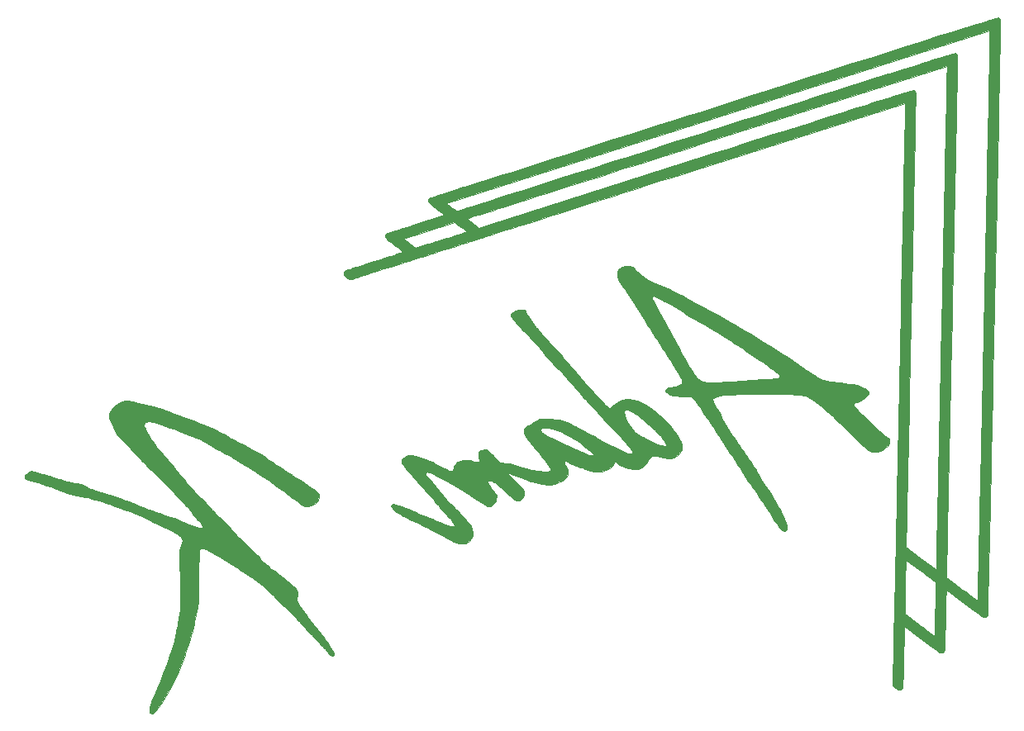
<source format=gbl>
G04 #@! TF.GenerationSoftware,KiCad,Pcbnew,(5.1.9)-1*
G04 #@! TF.CreationDate,2021-05-20T18:43:03+01:00*
G04 #@! TF.ProjectId,ENV_KB-Back,454e565f-4b42-42d4-9261-636b2e6b6963,Rev.1*
G04 #@! TF.SameCoordinates,Original*
G04 #@! TF.FileFunction,Copper,L2,Bot*
G04 #@! TF.FilePolarity,Positive*
%FSLAX46Y46*%
G04 Gerber Fmt 4.6, Leading zero omitted, Abs format (unit mm)*
G04 Created by KiCad (PCBNEW (5.1.9)-1) date 2021-05-20 18:43:03*
%MOMM*%
%LPD*%
G01*
G04 APERTURE LIST*
G04 #@! TA.AperFunction,EtchedComponent*
%ADD10C,0.010000*%
G04 #@! TD*
G04 APERTURE END LIST*
D10*
G36*
X169028013Y-150426422D02*
G01*
X168832905Y-150482573D01*
X168618581Y-150572963D01*
X168498329Y-150631311D01*
X168167578Y-150826817D01*
X167884574Y-151055610D01*
X167659240Y-151307165D01*
X167501498Y-151570955D01*
X167436500Y-151757703D01*
X167424103Y-151875096D01*
X167440459Y-152018871D01*
X167488519Y-152197776D01*
X167571235Y-152420558D01*
X167691557Y-152695963D01*
X167852437Y-153032741D01*
X167897143Y-153123132D01*
X168294615Y-153922500D01*
X169297481Y-154980833D01*
X169560969Y-155259664D01*
X169829496Y-155545225D01*
X170091392Y-155825005D01*
X170334985Y-156086494D01*
X170548603Y-156317179D01*
X170720575Y-156504551D01*
X170779638Y-156569602D01*
X170962844Y-156767379D01*
X171150592Y-156961435D01*
X171325766Y-157134652D01*
X171471252Y-157269909D01*
X171528809Y-157319005D01*
X171632568Y-157409875D01*
X171787635Y-157554774D01*
X171986882Y-157746461D01*
X172223183Y-157977696D01*
X172489410Y-158241239D01*
X172778436Y-158529850D01*
X173083134Y-158836288D01*
X173396378Y-159153314D01*
X173711039Y-159473688D01*
X174019991Y-159790169D01*
X174316106Y-160095517D01*
X174592259Y-160382493D01*
X174841321Y-160643855D01*
X175056165Y-160872364D01*
X175229664Y-161060780D01*
X175354692Y-161201862D01*
X175376892Y-161228111D01*
X175547001Y-161435142D01*
X175722661Y-161654251D01*
X175884588Y-161861068D01*
X176013499Y-162031225D01*
X176027643Y-162050500D01*
X176173837Y-162237679D01*
X176352008Y-162446777D01*
X176531685Y-162642542D01*
X176596772Y-162708843D01*
X176808957Y-162934599D01*
X176953650Y-163122886D01*
X177029552Y-163271553D01*
X177035363Y-163378448D01*
X177018966Y-163407618D01*
X176936408Y-163460504D01*
X176891276Y-163468667D01*
X176782930Y-163453010D01*
X176613005Y-163409767D01*
X176397816Y-163344528D01*
X176153679Y-163262883D01*
X175896911Y-163170423D01*
X175643827Y-163072738D01*
X175410744Y-162975418D01*
X175283914Y-162917942D01*
X175094843Y-162835135D01*
X174832891Y-162730031D01*
X174505994Y-162605565D01*
X174122089Y-162464673D01*
X173689113Y-162310292D01*
X173215003Y-162145358D01*
X172955580Y-162056646D01*
X172569665Y-161924419D01*
X172197387Y-161794950D01*
X171848819Y-161671878D01*
X171534035Y-161558841D01*
X171263107Y-161459478D01*
X171046108Y-161377427D01*
X170893111Y-161316328D01*
X170834950Y-161290629D01*
X170661618Y-161213554D01*
X170422557Y-161115962D01*
X170132583Y-161003430D01*
X169806513Y-160881535D01*
X169459163Y-160755852D01*
X169105351Y-160631959D01*
X168893000Y-160559752D01*
X168726526Y-160501805D01*
X168509601Y-160423409D01*
X168270624Y-160334952D01*
X168043441Y-160248918D01*
X167776385Y-160151434D01*
X167470043Y-160047413D01*
X167166928Y-159950946D01*
X166963941Y-159891093D01*
X166606809Y-159790073D01*
X166316694Y-159705510D01*
X166078786Y-159632132D01*
X165878272Y-159564668D01*
X165700339Y-159497846D01*
X165530175Y-159426393D01*
X165352968Y-159345038D01*
X165153905Y-159248509D01*
X165142016Y-159242648D01*
X164900311Y-159124001D01*
X164715440Y-159036757D01*
X164568303Y-158974876D01*
X164439795Y-158932317D01*
X164310816Y-158903042D01*
X164162263Y-158881009D01*
X163975033Y-158860178D01*
X163911585Y-158853584D01*
X163549433Y-158803558D01*
X163194804Y-158726756D01*
X162823642Y-158616769D01*
X162411888Y-158467189D01*
X162310167Y-158427013D01*
X161797718Y-158236144D01*
X161327821Y-158089779D01*
X160910344Y-157990831D01*
X160731344Y-157961016D01*
X160548229Y-157925773D01*
X160325043Y-157868733D01*
X160100116Y-157800065D01*
X160020161Y-157772315D01*
X159837437Y-157709957D01*
X159673899Y-157660936D01*
X159552594Y-157631832D01*
X159509881Y-157626667D01*
X159342522Y-157660991D01*
X159154932Y-157755776D01*
X158970205Y-157898739D01*
X158935488Y-157932179D01*
X158814437Y-158088893D01*
X158775693Y-158230337D01*
X158817555Y-158351782D01*
X158938321Y-158448495D01*
X159136289Y-158515746D01*
X159146099Y-158517821D01*
X159442959Y-158588009D01*
X159799139Y-158686400D01*
X160196501Y-158807005D01*
X160616908Y-158943838D01*
X161042223Y-159090909D01*
X161454310Y-159242233D01*
X161835032Y-159391821D01*
X161992667Y-159457560D01*
X162688999Y-159727457D01*
X163403670Y-159953895D01*
X164110406Y-160129248D01*
X164638500Y-160225542D01*
X164932580Y-160277208D01*
X165272596Y-160349282D01*
X165643598Y-160437520D01*
X166030633Y-160537679D01*
X166418748Y-160645514D01*
X166792992Y-160756782D01*
X167138411Y-160867239D01*
X167440054Y-160972641D01*
X167682968Y-161068745D01*
X167799101Y-161122596D01*
X167895160Y-161164620D01*
X168057609Y-161228267D01*
X168272515Y-161308399D01*
X168525942Y-161399879D01*
X168803954Y-161497570D01*
X168987279Y-161560614D01*
X169301539Y-161669696D01*
X169625705Y-161785666D01*
X169939235Y-161900931D01*
X170221588Y-162007898D01*
X170452222Y-162098973D01*
X170524877Y-162129034D01*
X170687256Y-162200595D01*
X170906239Y-162301700D01*
X171171601Y-162427267D01*
X171473114Y-162572213D01*
X171800553Y-162731454D01*
X172143691Y-162899906D01*
X172492303Y-163072487D01*
X172836160Y-163244114D01*
X173165038Y-163409702D01*
X173468710Y-163564169D01*
X173736948Y-163702431D01*
X173959528Y-163819405D01*
X174126222Y-163910008D01*
X174226805Y-163969155D01*
X174227000Y-163969283D01*
X174381482Y-164068712D01*
X174544597Y-164171948D01*
X174598951Y-164205853D01*
X174790249Y-164363803D01*
X174907701Y-164551618D01*
X174946509Y-164755455D01*
X174933028Y-164867464D01*
X174896708Y-165031997D01*
X174843956Y-165222121D01*
X174810557Y-165326955D01*
X174674446Y-165733500D01*
X174672973Y-166813000D01*
X174675331Y-167193595D01*
X174682765Y-167626044D01*
X174694411Y-168077743D01*
X174709404Y-168516088D01*
X174726879Y-168908476D01*
X174730237Y-168972000D01*
X174765147Y-170023310D01*
X174751987Y-171009016D01*
X174690822Y-171927924D01*
X174581718Y-172778841D01*
X174499438Y-173226500D01*
X174446896Y-173486352D01*
X174389821Y-173775737D01*
X174336579Y-174051944D01*
X174308732Y-174200167D01*
X174125997Y-175041570D01*
X173888904Y-175873876D01*
X173746694Y-176298784D01*
X173547932Y-176856147D01*
X173335395Y-177434188D01*
X173114531Y-178019064D01*
X172890788Y-178596934D01*
X172669615Y-179153957D01*
X172456458Y-179676289D01*
X172256767Y-180150091D01*
X172075988Y-180561520D01*
X172024074Y-180675463D01*
X171861665Y-181039848D01*
X171738711Y-181344478D01*
X171651204Y-181602256D01*
X171595137Y-181826087D01*
X171566503Y-182028876D01*
X171560626Y-182167927D01*
X171567311Y-182308807D01*
X171593265Y-182389731D01*
X171641884Y-182432510D01*
X171778660Y-182478474D01*
X171909718Y-182458692D01*
X172049394Y-182368519D01*
X172155065Y-182266276D01*
X172240548Y-182165640D01*
X172362142Y-182009428D01*
X172508857Y-181812418D01*
X172669708Y-181589393D01*
X172833706Y-181355132D01*
X172850345Y-181330945D01*
X173299182Y-180632180D01*
X173735181Y-179865072D01*
X174150660Y-179045791D01*
X174537941Y-178190504D01*
X174889342Y-177315378D01*
X175197184Y-176436581D01*
X175242213Y-176295667D01*
X175330568Y-176019790D01*
X175436315Y-175696573D01*
X175548691Y-175358520D01*
X175656932Y-175038139D01*
X175704781Y-174898667D01*
X175848894Y-174454905D01*
X175969685Y-174020254D01*
X176077206Y-173556970D01*
X176127482Y-173311167D01*
X176186911Y-173013088D01*
X176249440Y-172705226D01*
X176310146Y-172411418D01*
X176364110Y-172155501D01*
X176402758Y-171977667D01*
X176442530Y-171794845D01*
X176476739Y-171624856D01*
X176505880Y-171459567D01*
X176530445Y-171290843D01*
X176550929Y-171110553D01*
X176567826Y-170910562D01*
X176581629Y-170682738D01*
X176592832Y-170418948D01*
X176601930Y-170111057D01*
X176609415Y-169750934D01*
X176615782Y-169330445D01*
X176621524Y-168841457D01*
X176627065Y-168283258D01*
X176650906Y-165753016D01*
X176781444Y-165643176D01*
X176880140Y-165573609D01*
X176976982Y-165549030D01*
X177104074Y-165556498D01*
X177199665Y-165572125D01*
X177300342Y-165598644D01*
X177413525Y-165640068D01*
X177546634Y-165700407D01*
X177707090Y-165783675D01*
X177902312Y-165893883D01*
X178139721Y-166035043D01*
X178426737Y-166211167D01*
X178770779Y-166426267D01*
X179116500Y-166644584D01*
X179464733Y-166865125D01*
X179828248Y-167095314D01*
X180191715Y-167325445D01*
X180539807Y-167545814D01*
X180857192Y-167746715D01*
X181128542Y-167918443D01*
X181275500Y-168011426D01*
X181740011Y-168310168D01*
X182153626Y-168588200D01*
X182528818Y-168856004D01*
X182878064Y-169124060D01*
X183213836Y-169402849D01*
X183548608Y-169702852D01*
X183894856Y-170034549D01*
X184265053Y-170408421D01*
X184671673Y-170834949D01*
X184803337Y-170975503D01*
X184954195Y-171123848D01*
X185125825Y-171273130D01*
X185269003Y-171382307D01*
X185416559Y-171497564D01*
X185607007Y-171667609D01*
X185829666Y-171881672D01*
X186073853Y-172128985D01*
X186328883Y-172398775D01*
X186584075Y-172680273D01*
X186781846Y-172907463D01*
X186905251Y-173047469D01*
X187077652Y-173236432D01*
X187288495Y-173463125D01*
X187527224Y-173716321D01*
X187783284Y-173984794D01*
X188046121Y-174257316D01*
X188186719Y-174401764D01*
X188445168Y-174668375D01*
X188699143Y-174934092D01*
X188938766Y-175188308D01*
X189154159Y-175420415D01*
X189335443Y-175619807D01*
X189472739Y-175775874D01*
X189528545Y-175842634D01*
X189776332Y-176134672D01*
X189987638Y-176352125D01*
X190164026Y-176496045D01*
X190307061Y-176567486D01*
X190418305Y-176567499D01*
X190499324Y-176497137D01*
X190499844Y-176496310D01*
X190517919Y-176437075D01*
X190501108Y-176353768D01*
X190444290Y-176225969D01*
X190420190Y-176178810D01*
X190306788Y-175977520D01*
X190151933Y-175726696D01*
X189966999Y-175442968D01*
X189763362Y-175142964D01*
X189552397Y-174843314D01*
X189345480Y-174560646D01*
X189153986Y-174311589D01*
X189081160Y-174221333D01*
X188929712Y-174035894D01*
X188788557Y-173861079D01*
X188670799Y-173713255D01*
X188589544Y-173608791D01*
X188572762Y-173586333D01*
X188444035Y-173411848D01*
X188293030Y-173209372D01*
X188129900Y-172992285D01*
X187964803Y-172773969D01*
X187807893Y-172567803D01*
X187669327Y-172387167D01*
X187559259Y-172245441D01*
X187487845Y-172156006D01*
X187480309Y-172147000D01*
X187413000Y-172058207D01*
X187313053Y-171914459D01*
X187192078Y-171732984D01*
X187061687Y-171531012D01*
X187009593Y-171448500D01*
X186664509Y-170898167D01*
X186698087Y-170623000D01*
X186728700Y-170307637D01*
X186729332Y-170056017D01*
X186692472Y-169850250D01*
X186610606Y-169672448D01*
X186476223Y-169504722D01*
X186281811Y-169329183D01*
X186093130Y-169182423D01*
X185893448Y-169031268D01*
X185655004Y-168848507D01*
X185388220Y-168642329D01*
X185103514Y-168420924D01*
X184811306Y-168192481D01*
X184522015Y-167965191D01*
X184246060Y-167747242D01*
X183993862Y-167546825D01*
X183775839Y-167372128D01*
X183602411Y-167231343D01*
X183483997Y-167132658D01*
X183470739Y-167121224D01*
X183311450Y-166972491D01*
X183136679Y-166793475D01*
X182982399Y-166621132D01*
X182972644Y-166609491D01*
X182880858Y-166507426D01*
X182737127Y-166357853D01*
X182551582Y-166170840D01*
X182334356Y-165956452D01*
X182095579Y-165724758D01*
X181845383Y-165485825D01*
X181772239Y-165416713D01*
X181422556Y-165086630D01*
X181128228Y-164807326D01*
X180882583Y-164571953D01*
X180678947Y-164373664D01*
X180510648Y-164205610D01*
X180371013Y-164060944D01*
X180253369Y-163932817D01*
X180151042Y-163814381D01*
X180057360Y-163698788D01*
X179965650Y-163579191D01*
X179913983Y-163509699D01*
X179773069Y-163327990D01*
X179625104Y-163152590D01*
X179490097Y-163006482D01*
X179408761Y-162929419D01*
X179111804Y-162674730D01*
X178867959Y-162460896D01*
X178664377Y-162275688D01*
X178488211Y-162106877D01*
X178326613Y-161942236D01*
X178166735Y-161769536D01*
X178037685Y-161624474D01*
X177747682Y-161303497D01*
X177417951Y-160953889D01*
X177072894Y-160600719D01*
X176736913Y-160269053D01*
X176494967Y-160039667D01*
X176387781Y-159932321D01*
X176236248Y-159769255D01*
X176049103Y-159560710D01*
X175835081Y-159316927D01*
X175602915Y-159048147D01*
X175361340Y-158764611D01*
X175119090Y-158476561D01*
X174884900Y-158194236D01*
X174667503Y-157927879D01*
X174475634Y-157687731D01*
X174339616Y-157512484D01*
X174147823Y-157268423D01*
X173927631Y-157000523D01*
X173702472Y-156736599D01*
X173495777Y-156504463D01*
X173436328Y-156440335D01*
X173028468Y-155995996D01*
X172673943Y-155586375D01*
X172359265Y-155194194D01*
X172070947Y-154802178D01*
X171795502Y-154393052D01*
X171617673Y-154110894D01*
X171420486Y-153786273D01*
X171267793Y-153522586D01*
X171156307Y-153310875D01*
X171082738Y-153142180D01*
X171043798Y-153007543D01*
X171036197Y-152898003D01*
X171056648Y-152804603D01*
X171101861Y-152718383D01*
X171104845Y-152713902D01*
X171171153Y-152627667D01*
X171241228Y-152581719D01*
X171346545Y-152560812D01*
X171434428Y-152554255D01*
X171617392Y-152555347D01*
X171818869Y-152573538D01*
X171907115Y-152587715D01*
X172050659Y-152623676D01*
X172262913Y-152687828D01*
X172534130Y-152776532D01*
X172854562Y-152886151D01*
X173214464Y-153013046D01*
X173604089Y-153153581D01*
X174013690Y-153304117D01*
X174433519Y-153461016D01*
X174853831Y-153620640D01*
X175264878Y-153779353D01*
X175656914Y-153933515D01*
X176020191Y-154079488D01*
X176344964Y-154213636D01*
X176621486Y-154332321D01*
X176809334Y-154417399D01*
X177007272Y-154515899D01*
X177246021Y-154643254D01*
X177495026Y-154782759D01*
X177716456Y-154913281D01*
X177934151Y-155042407D01*
X178200065Y-155195038D01*
X178487139Y-155355924D01*
X178768317Y-155509817D01*
X178901790Y-155581261D01*
X179164834Y-155723185D01*
X179443343Y-155877617D01*
X179711749Y-156030111D01*
X179944483Y-156166220D01*
X180047834Y-156228749D01*
X180252959Y-156354252D01*
X180504495Y-156506929D01*
X180776010Y-156670801D01*
X181041070Y-156829893D01*
X181148500Y-156894059D01*
X181531837Y-157126216D01*
X181968177Y-157397307D01*
X182461777Y-157710024D01*
X183016895Y-158067059D01*
X183481880Y-158369265D01*
X183650893Y-158484772D01*
X183859181Y-158634937D01*
X184080671Y-158800588D01*
X184289285Y-158962554D01*
X184295305Y-158967341D01*
X184505505Y-159130093D01*
X184731981Y-159297975D01*
X184947711Y-159451361D01*
X185125672Y-159570625D01*
X185127846Y-159572010D01*
X185270747Y-159668249D01*
X185463736Y-159805905D01*
X185690979Y-159973268D01*
X185936641Y-160158628D01*
X186184887Y-160350275D01*
X186261754Y-160410597D01*
X186495144Y-160592167D01*
X186719419Y-160762265D01*
X186921789Y-160911525D01*
X187089468Y-161030584D01*
X187209666Y-161110077D01*
X187244500Y-161130257D01*
X187507063Y-161222936D01*
X187789201Y-161239844D01*
X188077854Y-161183332D01*
X188359962Y-161055754D01*
X188591156Y-160887688D01*
X188768872Y-160710050D01*
X188883013Y-160537666D01*
X188949181Y-160345801D01*
X188957197Y-160307304D01*
X188971503Y-160219693D01*
X188976245Y-160138316D01*
X188967007Y-160059522D01*
X188939376Y-159979662D01*
X188888936Y-159895086D01*
X188811273Y-159802145D01*
X188701971Y-159697189D01*
X188556617Y-159576569D01*
X188370795Y-159436634D01*
X188140091Y-159273736D01*
X187860090Y-159084224D01*
X187526377Y-158864449D01*
X187134537Y-158610762D01*
X186680156Y-158319512D01*
X186158820Y-157987051D01*
X186122667Y-157964027D01*
X185752872Y-157727868D01*
X185397365Y-157499550D01*
X185063985Y-157284198D01*
X184760574Y-157086933D01*
X184494973Y-156912879D01*
X184275022Y-156767159D01*
X184108562Y-156654895D01*
X184003434Y-156581211D01*
X183984834Y-156567245D01*
X183730339Y-156376857D01*
X183469411Y-156197565D01*
X183180847Y-156015628D01*
X182843442Y-155817305D01*
X182714834Y-155744266D01*
X182473702Y-155607024D01*
X182207275Y-155453359D01*
X181950222Y-155303370D01*
X181762334Y-155192187D01*
X181541872Y-155067084D01*
X181277695Y-154927238D01*
X181004261Y-154790421D01*
X180774244Y-154682548D01*
X180517177Y-154561374D01*
X180225033Y-154414543D01*
X179934679Y-154261039D01*
X179694744Y-154126705D01*
X179438115Y-153981080D01*
X179143654Y-153819772D01*
X178849019Y-153663130D01*
X178608500Y-153539793D01*
X178316237Y-153399733D01*
X177956552Y-153237225D01*
X177542090Y-153057352D01*
X177085495Y-152865199D01*
X176599411Y-152665848D01*
X176096483Y-152464383D01*
X175589355Y-152265885D01*
X175090672Y-152075440D01*
X174613077Y-151898129D01*
X174169215Y-151739035D01*
X173888334Y-151642238D01*
X173741589Y-151592398D01*
X173535478Y-151522022D01*
X173290671Y-151438187D01*
X173027838Y-151347971D01*
X172830000Y-151279923D01*
X172239516Y-151089181D01*
X171577180Y-150898210D01*
X170855726Y-150710480D01*
X170087888Y-150529459D01*
X170014834Y-150513146D01*
X169697316Y-150447871D01*
X169440291Y-150410624D01*
X169223833Y-150402956D01*
X169028013Y-150426422D01*
G37*
X169028013Y-150426422D02*
X168832905Y-150482573D01*
X168618581Y-150572963D01*
X168498329Y-150631311D01*
X168167578Y-150826817D01*
X167884574Y-151055610D01*
X167659240Y-151307165D01*
X167501498Y-151570955D01*
X167436500Y-151757703D01*
X167424103Y-151875096D01*
X167440459Y-152018871D01*
X167488519Y-152197776D01*
X167571235Y-152420558D01*
X167691557Y-152695963D01*
X167852437Y-153032741D01*
X167897143Y-153123132D01*
X168294615Y-153922500D01*
X169297481Y-154980833D01*
X169560969Y-155259664D01*
X169829496Y-155545225D01*
X170091392Y-155825005D01*
X170334985Y-156086494D01*
X170548603Y-156317179D01*
X170720575Y-156504551D01*
X170779638Y-156569602D01*
X170962844Y-156767379D01*
X171150592Y-156961435D01*
X171325766Y-157134652D01*
X171471252Y-157269909D01*
X171528809Y-157319005D01*
X171632568Y-157409875D01*
X171787635Y-157554774D01*
X171986882Y-157746461D01*
X172223183Y-157977696D01*
X172489410Y-158241239D01*
X172778436Y-158529850D01*
X173083134Y-158836288D01*
X173396378Y-159153314D01*
X173711039Y-159473688D01*
X174019991Y-159790169D01*
X174316106Y-160095517D01*
X174592259Y-160382493D01*
X174841321Y-160643855D01*
X175056165Y-160872364D01*
X175229664Y-161060780D01*
X175354692Y-161201862D01*
X175376892Y-161228111D01*
X175547001Y-161435142D01*
X175722661Y-161654251D01*
X175884588Y-161861068D01*
X176013499Y-162031225D01*
X176027643Y-162050500D01*
X176173837Y-162237679D01*
X176352008Y-162446777D01*
X176531685Y-162642542D01*
X176596772Y-162708843D01*
X176808957Y-162934599D01*
X176953650Y-163122886D01*
X177029552Y-163271553D01*
X177035363Y-163378448D01*
X177018966Y-163407618D01*
X176936408Y-163460504D01*
X176891276Y-163468667D01*
X176782930Y-163453010D01*
X176613005Y-163409767D01*
X176397816Y-163344528D01*
X176153679Y-163262883D01*
X175896911Y-163170423D01*
X175643827Y-163072738D01*
X175410744Y-162975418D01*
X175283914Y-162917942D01*
X175094843Y-162835135D01*
X174832891Y-162730031D01*
X174505994Y-162605565D01*
X174122089Y-162464673D01*
X173689113Y-162310292D01*
X173215003Y-162145358D01*
X172955580Y-162056646D01*
X172569665Y-161924419D01*
X172197387Y-161794950D01*
X171848819Y-161671878D01*
X171534035Y-161558841D01*
X171263107Y-161459478D01*
X171046108Y-161377427D01*
X170893111Y-161316328D01*
X170834950Y-161290629D01*
X170661618Y-161213554D01*
X170422557Y-161115962D01*
X170132583Y-161003430D01*
X169806513Y-160881535D01*
X169459163Y-160755852D01*
X169105351Y-160631959D01*
X168893000Y-160559752D01*
X168726526Y-160501805D01*
X168509601Y-160423409D01*
X168270624Y-160334952D01*
X168043441Y-160248918D01*
X167776385Y-160151434D01*
X167470043Y-160047413D01*
X167166928Y-159950946D01*
X166963941Y-159891093D01*
X166606809Y-159790073D01*
X166316694Y-159705510D01*
X166078786Y-159632132D01*
X165878272Y-159564668D01*
X165700339Y-159497846D01*
X165530175Y-159426393D01*
X165352968Y-159345038D01*
X165153905Y-159248509D01*
X165142016Y-159242648D01*
X164900311Y-159124001D01*
X164715440Y-159036757D01*
X164568303Y-158974876D01*
X164439795Y-158932317D01*
X164310816Y-158903042D01*
X164162263Y-158881009D01*
X163975033Y-158860178D01*
X163911585Y-158853584D01*
X163549433Y-158803558D01*
X163194804Y-158726756D01*
X162823642Y-158616769D01*
X162411888Y-158467189D01*
X162310167Y-158427013D01*
X161797718Y-158236144D01*
X161327821Y-158089779D01*
X160910344Y-157990831D01*
X160731344Y-157961016D01*
X160548229Y-157925773D01*
X160325043Y-157868733D01*
X160100116Y-157800065D01*
X160020161Y-157772315D01*
X159837437Y-157709957D01*
X159673899Y-157660936D01*
X159552594Y-157631832D01*
X159509881Y-157626667D01*
X159342522Y-157660991D01*
X159154932Y-157755776D01*
X158970205Y-157898739D01*
X158935488Y-157932179D01*
X158814437Y-158088893D01*
X158775693Y-158230337D01*
X158817555Y-158351782D01*
X158938321Y-158448495D01*
X159136289Y-158515746D01*
X159146099Y-158517821D01*
X159442959Y-158588009D01*
X159799139Y-158686400D01*
X160196501Y-158807005D01*
X160616908Y-158943838D01*
X161042223Y-159090909D01*
X161454310Y-159242233D01*
X161835032Y-159391821D01*
X161992667Y-159457560D01*
X162688999Y-159727457D01*
X163403670Y-159953895D01*
X164110406Y-160129248D01*
X164638500Y-160225542D01*
X164932580Y-160277208D01*
X165272596Y-160349282D01*
X165643598Y-160437520D01*
X166030633Y-160537679D01*
X166418748Y-160645514D01*
X166792992Y-160756782D01*
X167138411Y-160867239D01*
X167440054Y-160972641D01*
X167682968Y-161068745D01*
X167799101Y-161122596D01*
X167895160Y-161164620D01*
X168057609Y-161228267D01*
X168272515Y-161308399D01*
X168525942Y-161399879D01*
X168803954Y-161497570D01*
X168987279Y-161560614D01*
X169301539Y-161669696D01*
X169625705Y-161785666D01*
X169939235Y-161900931D01*
X170221588Y-162007898D01*
X170452222Y-162098973D01*
X170524877Y-162129034D01*
X170687256Y-162200595D01*
X170906239Y-162301700D01*
X171171601Y-162427267D01*
X171473114Y-162572213D01*
X171800553Y-162731454D01*
X172143691Y-162899906D01*
X172492303Y-163072487D01*
X172836160Y-163244114D01*
X173165038Y-163409702D01*
X173468710Y-163564169D01*
X173736948Y-163702431D01*
X173959528Y-163819405D01*
X174126222Y-163910008D01*
X174226805Y-163969155D01*
X174227000Y-163969283D01*
X174381482Y-164068712D01*
X174544597Y-164171948D01*
X174598951Y-164205853D01*
X174790249Y-164363803D01*
X174907701Y-164551618D01*
X174946509Y-164755455D01*
X174933028Y-164867464D01*
X174896708Y-165031997D01*
X174843956Y-165222121D01*
X174810557Y-165326955D01*
X174674446Y-165733500D01*
X174672973Y-166813000D01*
X174675331Y-167193595D01*
X174682765Y-167626044D01*
X174694411Y-168077743D01*
X174709404Y-168516088D01*
X174726879Y-168908476D01*
X174730237Y-168972000D01*
X174765147Y-170023310D01*
X174751987Y-171009016D01*
X174690822Y-171927924D01*
X174581718Y-172778841D01*
X174499438Y-173226500D01*
X174446896Y-173486352D01*
X174389821Y-173775737D01*
X174336579Y-174051944D01*
X174308732Y-174200167D01*
X174125997Y-175041570D01*
X173888904Y-175873876D01*
X173746694Y-176298784D01*
X173547932Y-176856147D01*
X173335395Y-177434188D01*
X173114531Y-178019064D01*
X172890788Y-178596934D01*
X172669615Y-179153957D01*
X172456458Y-179676289D01*
X172256767Y-180150091D01*
X172075988Y-180561520D01*
X172024074Y-180675463D01*
X171861665Y-181039848D01*
X171738711Y-181344478D01*
X171651204Y-181602256D01*
X171595137Y-181826087D01*
X171566503Y-182028876D01*
X171560626Y-182167927D01*
X171567311Y-182308807D01*
X171593265Y-182389731D01*
X171641884Y-182432510D01*
X171778660Y-182478474D01*
X171909718Y-182458692D01*
X172049394Y-182368519D01*
X172155065Y-182266276D01*
X172240548Y-182165640D01*
X172362142Y-182009428D01*
X172508857Y-181812418D01*
X172669708Y-181589393D01*
X172833706Y-181355132D01*
X172850345Y-181330945D01*
X173299182Y-180632180D01*
X173735181Y-179865072D01*
X174150660Y-179045791D01*
X174537941Y-178190504D01*
X174889342Y-177315378D01*
X175197184Y-176436581D01*
X175242213Y-176295667D01*
X175330568Y-176019790D01*
X175436315Y-175696573D01*
X175548691Y-175358520D01*
X175656932Y-175038139D01*
X175704781Y-174898667D01*
X175848894Y-174454905D01*
X175969685Y-174020254D01*
X176077206Y-173556970D01*
X176127482Y-173311167D01*
X176186911Y-173013088D01*
X176249440Y-172705226D01*
X176310146Y-172411418D01*
X176364110Y-172155501D01*
X176402758Y-171977667D01*
X176442530Y-171794845D01*
X176476739Y-171624856D01*
X176505880Y-171459567D01*
X176530445Y-171290843D01*
X176550929Y-171110553D01*
X176567826Y-170910562D01*
X176581629Y-170682738D01*
X176592832Y-170418948D01*
X176601930Y-170111057D01*
X176609415Y-169750934D01*
X176615782Y-169330445D01*
X176621524Y-168841457D01*
X176627065Y-168283258D01*
X176650906Y-165753016D01*
X176781444Y-165643176D01*
X176880140Y-165573609D01*
X176976982Y-165549030D01*
X177104074Y-165556498D01*
X177199665Y-165572125D01*
X177300342Y-165598644D01*
X177413525Y-165640068D01*
X177546634Y-165700407D01*
X177707090Y-165783675D01*
X177902312Y-165893883D01*
X178139721Y-166035043D01*
X178426737Y-166211167D01*
X178770779Y-166426267D01*
X179116500Y-166644584D01*
X179464733Y-166865125D01*
X179828248Y-167095314D01*
X180191715Y-167325445D01*
X180539807Y-167545814D01*
X180857192Y-167746715D01*
X181128542Y-167918443D01*
X181275500Y-168011426D01*
X181740011Y-168310168D01*
X182153626Y-168588200D01*
X182528818Y-168856004D01*
X182878064Y-169124060D01*
X183213836Y-169402849D01*
X183548608Y-169702852D01*
X183894856Y-170034549D01*
X184265053Y-170408421D01*
X184671673Y-170834949D01*
X184803337Y-170975503D01*
X184954195Y-171123848D01*
X185125825Y-171273130D01*
X185269003Y-171382307D01*
X185416559Y-171497564D01*
X185607007Y-171667609D01*
X185829666Y-171881672D01*
X186073853Y-172128985D01*
X186328883Y-172398775D01*
X186584075Y-172680273D01*
X186781846Y-172907463D01*
X186905251Y-173047469D01*
X187077652Y-173236432D01*
X187288495Y-173463125D01*
X187527224Y-173716321D01*
X187783284Y-173984794D01*
X188046121Y-174257316D01*
X188186719Y-174401764D01*
X188445168Y-174668375D01*
X188699143Y-174934092D01*
X188938766Y-175188308D01*
X189154159Y-175420415D01*
X189335443Y-175619807D01*
X189472739Y-175775874D01*
X189528545Y-175842634D01*
X189776332Y-176134672D01*
X189987638Y-176352125D01*
X190164026Y-176496045D01*
X190307061Y-176567486D01*
X190418305Y-176567499D01*
X190499324Y-176497137D01*
X190499844Y-176496310D01*
X190517919Y-176437075D01*
X190501108Y-176353768D01*
X190444290Y-176225969D01*
X190420190Y-176178810D01*
X190306788Y-175977520D01*
X190151933Y-175726696D01*
X189966999Y-175442968D01*
X189763362Y-175142964D01*
X189552397Y-174843314D01*
X189345480Y-174560646D01*
X189153986Y-174311589D01*
X189081160Y-174221333D01*
X188929712Y-174035894D01*
X188788557Y-173861079D01*
X188670799Y-173713255D01*
X188589544Y-173608791D01*
X188572762Y-173586333D01*
X188444035Y-173411848D01*
X188293030Y-173209372D01*
X188129900Y-172992285D01*
X187964803Y-172773969D01*
X187807893Y-172567803D01*
X187669327Y-172387167D01*
X187559259Y-172245441D01*
X187487845Y-172156006D01*
X187480309Y-172147000D01*
X187413000Y-172058207D01*
X187313053Y-171914459D01*
X187192078Y-171732984D01*
X187061687Y-171531012D01*
X187009593Y-171448500D01*
X186664509Y-170898167D01*
X186698087Y-170623000D01*
X186728700Y-170307637D01*
X186729332Y-170056017D01*
X186692472Y-169850250D01*
X186610606Y-169672448D01*
X186476223Y-169504722D01*
X186281811Y-169329183D01*
X186093130Y-169182423D01*
X185893448Y-169031268D01*
X185655004Y-168848507D01*
X185388220Y-168642329D01*
X185103514Y-168420924D01*
X184811306Y-168192481D01*
X184522015Y-167965191D01*
X184246060Y-167747242D01*
X183993862Y-167546825D01*
X183775839Y-167372128D01*
X183602411Y-167231343D01*
X183483997Y-167132658D01*
X183470739Y-167121224D01*
X183311450Y-166972491D01*
X183136679Y-166793475D01*
X182982399Y-166621132D01*
X182972644Y-166609491D01*
X182880858Y-166507426D01*
X182737127Y-166357853D01*
X182551582Y-166170840D01*
X182334356Y-165956452D01*
X182095579Y-165724758D01*
X181845383Y-165485825D01*
X181772239Y-165416713D01*
X181422556Y-165086630D01*
X181128228Y-164807326D01*
X180882583Y-164571953D01*
X180678947Y-164373664D01*
X180510648Y-164205610D01*
X180371013Y-164060944D01*
X180253369Y-163932817D01*
X180151042Y-163814381D01*
X180057360Y-163698788D01*
X179965650Y-163579191D01*
X179913983Y-163509699D01*
X179773069Y-163327990D01*
X179625104Y-163152590D01*
X179490097Y-163006482D01*
X179408761Y-162929419D01*
X179111804Y-162674730D01*
X178867959Y-162460896D01*
X178664377Y-162275688D01*
X178488211Y-162106877D01*
X178326613Y-161942236D01*
X178166735Y-161769536D01*
X178037685Y-161624474D01*
X177747682Y-161303497D01*
X177417951Y-160953889D01*
X177072894Y-160600719D01*
X176736913Y-160269053D01*
X176494967Y-160039667D01*
X176387781Y-159932321D01*
X176236248Y-159769255D01*
X176049103Y-159560710D01*
X175835081Y-159316927D01*
X175602915Y-159048147D01*
X175361340Y-158764611D01*
X175119090Y-158476561D01*
X174884900Y-158194236D01*
X174667503Y-157927879D01*
X174475634Y-157687731D01*
X174339616Y-157512484D01*
X174147823Y-157268423D01*
X173927631Y-157000523D01*
X173702472Y-156736599D01*
X173495777Y-156504463D01*
X173436328Y-156440335D01*
X173028468Y-155995996D01*
X172673943Y-155586375D01*
X172359265Y-155194194D01*
X172070947Y-154802178D01*
X171795502Y-154393052D01*
X171617673Y-154110894D01*
X171420486Y-153786273D01*
X171267793Y-153522586D01*
X171156307Y-153310875D01*
X171082738Y-153142180D01*
X171043798Y-153007543D01*
X171036197Y-152898003D01*
X171056648Y-152804603D01*
X171101861Y-152718383D01*
X171104845Y-152713902D01*
X171171153Y-152627667D01*
X171241228Y-152581719D01*
X171346545Y-152560812D01*
X171434428Y-152554255D01*
X171617392Y-152555347D01*
X171818869Y-152573538D01*
X171907115Y-152587715D01*
X172050659Y-152623676D01*
X172262913Y-152687828D01*
X172534130Y-152776532D01*
X172854562Y-152886151D01*
X173214464Y-153013046D01*
X173604089Y-153153581D01*
X174013690Y-153304117D01*
X174433519Y-153461016D01*
X174853831Y-153620640D01*
X175264878Y-153779353D01*
X175656914Y-153933515D01*
X176020191Y-154079488D01*
X176344964Y-154213636D01*
X176621486Y-154332321D01*
X176809334Y-154417399D01*
X177007272Y-154515899D01*
X177246021Y-154643254D01*
X177495026Y-154782759D01*
X177716456Y-154913281D01*
X177934151Y-155042407D01*
X178200065Y-155195038D01*
X178487139Y-155355924D01*
X178768317Y-155509817D01*
X178901790Y-155581261D01*
X179164834Y-155723185D01*
X179443343Y-155877617D01*
X179711749Y-156030111D01*
X179944483Y-156166220D01*
X180047834Y-156228749D01*
X180252959Y-156354252D01*
X180504495Y-156506929D01*
X180776010Y-156670801D01*
X181041070Y-156829893D01*
X181148500Y-156894059D01*
X181531837Y-157126216D01*
X181968177Y-157397307D01*
X182461777Y-157710024D01*
X183016895Y-158067059D01*
X183481880Y-158369265D01*
X183650893Y-158484772D01*
X183859181Y-158634937D01*
X184080671Y-158800588D01*
X184289285Y-158962554D01*
X184295305Y-158967341D01*
X184505505Y-159130093D01*
X184731981Y-159297975D01*
X184947711Y-159451361D01*
X185125672Y-159570625D01*
X185127846Y-159572010D01*
X185270747Y-159668249D01*
X185463736Y-159805905D01*
X185690979Y-159973268D01*
X185936641Y-160158628D01*
X186184887Y-160350275D01*
X186261754Y-160410597D01*
X186495144Y-160592167D01*
X186719419Y-160762265D01*
X186921789Y-160911525D01*
X187089468Y-161030584D01*
X187209666Y-161110077D01*
X187244500Y-161130257D01*
X187507063Y-161222936D01*
X187789201Y-161239844D01*
X188077854Y-161183332D01*
X188359962Y-161055754D01*
X188591156Y-160887688D01*
X188768872Y-160710050D01*
X188883013Y-160537666D01*
X188949181Y-160345801D01*
X188957197Y-160307304D01*
X188971503Y-160219693D01*
X188976245Y-160138316D01*
X188967007Y-160059522D01*
X188939376Y-159979662D01*
X188888936Y-159895086D01*
X188811273Y-159802145D01*
X188701971Y-159697189D01*
X188556617Y-159576569D01*
X188370795Y-159436634D01*
X188140091Y-159273736D01*
X187860090Y-159084224D01*
X187526377Y-158864449D01*
X187134537Y-158610762D01*
X186680156Y-158319512D01*
X186158820Y-157987051D01*
X186122667Y-157964027D01*
X185752872Y-157727868D01*
X185397365Y-157499550D01*
X185063985Y-157284198D01*
X184760574Y-157086933D01*
X184494973Y-156912879D01*
X184275022Y-156767159D01*
X184108562Y-156654895D01*
X184003434Y-156581211D01*
X183984834Y-156567245D01*
X183730339Y-156376857D01*
X183469411Y-156197565D01*
X183180847Y-156015628D01*
X182843442Y-155817305D01*
X182714834Y-155744266D01*
X182473702Y-155607024D01*
X182207275Y-155453359D01*
X181950222Y-155303370D01*
X181762334Y-155192187D01*
X181541872Y-155067084D01*
X181277695Y-154927238D01*
X181004261Y-154790421D01*
X180774244Y-154682548D01*
X180517177Y-154561374D01*
X180225033Y-154414543D01*
X179934679Y-154261039D01*
X179694744Y-154126705D01*
X179438115Y-153981080D01*
X179143654Y-153819772D01*
X178849019Y-153663130D01*
X178608500Y-153539793D01*
X178316237Y-153399733D01*
X177956552Y-153237225D01*
X177542090Y-153057352D01*
X177085495Y-152865199D01*
X176599411Y-152665848D01*
X176096483Y-152464383D01*
X175589355Y-152265885D01*
X175090672Y-152075440D01*
X174613077Y-151898129D01*
X174169215Y-151739035D01*
X173888334Y-151642238D01*
X173741589Y-151592398D01*
X173535478Y-151522022D01*
X173290671Y-151438187D01*
X173027838Y-151347971D01*
X172830000Y-151279923D01*
X172239516Y-151089181D01*
X171577180Y-150898210D01*
X170855726Y-150710480D01*
X170087888Y-150529459D01*
X170014834Y-150513146D01*
X169697316Y-150447871D01*
X169440291Y-150410624D01*
X169223833Y-150402956D01*
X169028013Y-150426422D01*
G36*
X258487730Y-111150123D02*
G01*
X258453259Y-111155775D01*
X258407284Y-111165334D01*
X258348071Y-111179348D01*
X258273882Y-111198362D01*
X258182984Y-111222924D01*
X258073639Y-111253581D01*
X257944114Y-111290879D01*
X257792671Y-111335365D01*
X257617577Y-111387586D01*
X257417095Y-111448088D01*
X257189489Y-111517420D01*
X256933025Y-111596127D01*
X256645966Y-111684756D01*
X256326578Y-111783854D01*
X255973124Y-111893968D01*
X255583870Y-112015645D01*
X255157079Y-112149431D01*
X254691016Y-112295874D01*
X254183946Y-112455519D01*
X253634134Y-112628915D01*
X253039843Y-112816608D01*
X252399338Y-113019144D01*
X251710884Y-113237071D01*
X250972745Y-113470935D01*
X250183185Y-113721283D01*
X249340470Y-113988662D01*
X248442864Y-114273619D01*
X247488630Y-114576700D01*
X246476034Y-114898453D01*
X245403341Y-115239424D01*
X244268814Y-115600160D01*
X243070718Y-115981207D01*
X241807317Y-116383114D01*
X240476877Y-116806426D01*
X239077661Y-117251690D01*
X237607934Y-117719453D01*
X236065961Y-118210262D01*
X234450006Y-118724664D01*
X232758334Y-119263206D01*
X230989208Y-119826434D01*
X229414527Y-120327776D01*
X227887007Y-120814135D01*
X226379170Y-121294281D01*
X224893039Y-121767566D01*
X223430639Y-122233345D01*
X221993993Y-122690973D01*
X220585124Y-123139804D01*
X219206057Y-123579193D01*
X217858814Y-124008494D01*
X216545419Y-124427061D01*
X215267896Y-124834248D01*
X214028269Y-125229411D01*
X212828560Y-125611903D01*
X211670794Y-125981079D01*
X210556994Y-126336293D01*
X209489183Y-126676900D01*
X208469386Y-127002254D01*
X207499625Y-127311710D01*
X206581925Y-127604621D01*
X205718309Y-127880342D01*
X204910800Y-128138228D01*
X204161422Y-128377634D01*
X203472199Y-128597912D01*
X202845154Y-128798419D01*
X202282311Y-128978507D01*
X201785693Y-129137532D01*
X201357324Y-129274849D01*
X200999228Y-129389810D01*
X200713427Y-129481772D01*
X200501946Y-129550087D01*
X200366808Y-129594112D01*
X200310037Y-129613199D01*
X200308441Y-129613853D01*
X200218091Y-129690433D01*
X200154547Y-129789529D01*
X200127242Y-129869142D01*
X200121214Y-129942880D01*
X200142988Y-130018217D01*
X200199085Y-130102627D01*
X200296031Y-130203584D01*
X200440347Y-130328563D01*
X200638559Y-130485038D01*
X200897189Y-130680482D01*
X200997325Y-130755115D01*
X201809487Y-131359199D01*
X198887327Y-132288466D01*
X198407186Y-132441412D01*
X197949473Y-132587714D01*
X197520771Y-132725236D01*
X197127660Y-132851843D01*
X196776722Y-132965402D01*
X196474538Y-133063777D01*
X196227691Y-133144834D01*
X196042760Y-133206438D01*
X195926329Y-133246454D01*
X195886043Y-133261950D01*
X195812726Y-133331766D01*
X195753316Y-133430196D01*
X195725968Y-133505769D01*
X195717834Y-133575785D01*
X195735196Y-133647178D01*
X195784338Y-133726877D01*
X195871540Y-133821815D01*
X196003087Y-133938923D01*
X196185261Y-134085133D01*
X196424344Y-134267376D01*
X196695000Y-134469142D01*
X196953622Y-134663227D01*
X197173820Y-134833060D01*
X197349256Y-134973462D01*
X197473591Y-135079257D01*
X197540487Y-135145266D01*
X197548173Y-135166029D01*
X197499078Y-135181912D01*
X197375795Y-135221389D01*
X197184821Y-135282388D01*
X196932650Y-135362839D01*
X196625779Y-135460671D01*
X196270704Y-135573815D01*
X195873920Y-135700200D01*
X195441923Y-135837755D01*
X194981209Y-135984411D01*
X194548066Y-136122252D01*
X194067223Y-136275602D01*
X193609468Y-136422265D01*
X193181278Y-136560122D01*
X192789130Y-136687057D01*
X192439501Y-136800953D01*
X192138867Y-136899693D01*
X191893706Y-136981160D01*
X191710494Y-137043237D01*
X191595709Y-137083806D01*
X191556268Y-137100173D01*
X191478173Y-137214214D01*
X191450872Y-137363936D01*
X191477801Y-137503953D01*
X191538188Y-137587356D01*
X191647672Y-137691365D01*
X191784010Y-137799490D01*
X191924961Y-137895239D01*
X192048281Y-137962119D01*
X192125236Y-137984000D01*
X192205924Y-137972857D01*
X192336837Y-137937514D01*
X192527470Y-137875100D01*
X192769000Y-137789403D01*
X192855464Y-137759894D01*
X193015331Y-137707280D01*
X193241259Y-137633913D01*
X193525903Y-137542148D01*
X193861920Y-137434337D01*
X194241965Y-137312836D01*
X194658695Y-137179996D01*
X195104766Y-137038172D01*
X195572834Y-136889717D01*
X195859334Y-136799024D01*
X196351468Y-136643266D01*
X196837021Y-136489434D01*
X197307198Y-136340325D01*
X197753203Y-136198735D01*
X198166243Y-136067458D01*
X198537522Y-135949292D01*
X198858247Y-135847032D01*
X199119622Y-135763475D01*
X199312852Y-135701415D01*
X199373000Y-135681970D01*
X199538146Y-135628788D01*
X199774809Y-135553122D01*
X200073748Y-135457903D01*
X200425719Y-135346065D01*
X200821477Y-135220537D01*
X201251780Y-135084252D01*
X201707385Y-134940142D01*
X202179047Y-134791137D01*
X202657523Y-134640170D01*
X202717334Y-134621313D01*
X203180066Y-134475366D01*
X203624823Y-134334960D01*
X204044043Y-134202489D01*
X204430168Y-134080349D01*
X204775637Y-133970934D01*
X205072890Y-133876639D01*
X205314366Y-133799859D01*
X205492506Y-133742989D01*
X205599750Y-133708424D01*
X205617167Y-133702695D01*
X205672734Y-133684772D01*
X205806598Y-133641903D01*
X206016387Y-133574844D01*
X206299728Y-133484354D01*
X206654246Y-133371187D01*
X207077570Y-133236101D01*
X207567325Y-133079853D01*
X207571005Y-133078679D01*
X204039678Y-133078679D01*
X203990788Y-133100173D01*
X203869984Y-133143594D01*
X203685520Y-133206348D01*
X203445654Y-133285842D01*
X203158640Y-133379484D01*
X202832734Y-133484678D01*
X202476192Y-133598832D01*
X202097271Y-133719352D01*
X201704225Y-133843645D01*
X201305312Y-133969117D01*
X200908785Y-134093175D01*
X200522902Y-134213225D01*
X200155918Y-134326673D01*
X199816089Y-134430927D01*
X199511671Y-134523393D01*
X199250920Y-134601476D01*
X199042091Y-134662585D01*
X198893440Y-134704124D01*
X198813223Y-134723502D01*
X198801500Y-134724208D01*
X198754956Y-134689992D01*
X198652124Y-134614372D01*
X198504923Y-134506111D01*
X198325268Y-134373974D01*
X198157845Y-134250829D01*
X197556523Y-133808526D01*
X200197481Y-132968670D01*
X202838438Y-132128814D01*
X203454647Y-132588946D01*
X203648819Y-132736690D01*
X203814441Y-132868013D01*
X203941430Y-132974474D01*
X204019703Y-133047634D01*
X204039678Y-133078679D01*
X207571005Y-133078679D01*
X208121138Y-132903199D01*
X208736635Y-132706895D01*
X209411445Y-132491699D01*
X210143193Y-132258367D01*
X210929506Y-132007655D01*
X211768011Y-131740320D01*
X212656334Y-131457119D01*
X213592103Y-131158809D01*
X214572943Y-130846145D01*
X215596482Y-130519885D01*
X216660347Y-130180785D01*
X217762163Y-129829602D01*
X218899559Y-129467093D01*
X220070160Y-129094013D01*
X221271593Y-128711120D01*
X222501485Y-128319171D01*
X223757463Y-127918921D01*
X225037154Y-127511128D01*
X226338183Y-127096548D01*
X227418834Y-126752203D01*
X248966500Y-119886210D01*
X248978020Y-120309688D01*
X248977573Y-120368476D01*
X248975350Y-120509099D01*
X248971411Y-120728747D01*
X248965815Y-121024607D01*
X248958625Y-121393870D01*
X248949898Y-121833724D01*
X248939695Y-122341357D01*
X248928077Y-122913958D01*
X248915103Y-123548717D01*
X248900833Y-124242822D01*
X248885328Y-124993462D01*
X248868647Y-125797825D01*
X248850850Y-126653101D01*
X248831998Y-127556478D01*
X248812150Y-128505146D01*
X248791367Y-129496292D01*
X248769708Y-130527106D01*
X248747234Y-131594776D01*
X248724004Y-132696492D01*
X248700079Y-133829442D01*
X248675519Y-134990814D01*
X248650383Y-136177799D01*
X248624732Y-137387584D01*
X248598625Y-138617359D01*
X248572124Y-139864311D01*
X248545287Y-141125631D01*
X248518175Y-142398507D01*
X248490847Y-143680127D01*
X248463365Y-144967680D01*
X248435787Y-146258356D01*
X248408174Y-147549343D01*
X248380587Y-148837830D01*
X248353084Y-150121005D01*
X248325726Y-151396058D01*
X248298573Y-152660177D01*
X248271686Y-153910552D01*
X248245123Y-155144370D01*
X248218945Y-156358821D01*
X248193213Y-157551093D01*
X248167986Y-158718376D01*
X248143324Y-159857858D01*
X248119287Y-160966727D01*
X248095936Y-162042174D01*
X248073329Y-163081386D01*
X248051528Y-164081553D01*
X248030593Y-165039862D01*
X248010583Y-165953504D01*
X247991558Y-166819667D01*
X247973578Y-167635539D01*
X247956704Y-168398309D01*
X247940996Y-169105167D01*
X247926513Y-169753301D01*
X247913316Y-170339900D01*
X247901464Y-170862152D01*
X247891018Y-171317247D01*
X247882037Y-171702373D01*
X247874582Y-172014720D01*
X247869752Y-172210500D01*
X247853244Y-172876785D01*
X247837326Y-173541279D01*
X247822100Y-174198470D01*
X247807668Y-174842848D01*
X247794131Y-175468903D01*
X247781592Y-176071125D01*
X247770152Y-176644003D01*
X247759913Y-177182026D01*
X247750978Y-177679684D01*
X247743448Y-178131467D01*
X247737425Y-178531865D01*
X247733012Y-178875366D01*
X247730309Y-179156461D01*
X247729418Y-179369638D01*
X247730443Y-179509389D01*
X247733484Y-179570201D01*
X247733628Y-179570829D01*
X247787891Y-179666851D01*
X247896073Y-179782306D01*
X248036537Y-179898422D01*
X248187647Y-179996426D01*
X248271559Y-180037538D01*
X248387840Y-180074439D01*
X248484942Y-180066132D01*
X248549450Y-180042411D01*
X248672453Y-179951696D01*
X248726206Y-179845059D01*
X248735776Y-179774577D01*
X248746182Y-179625595D01*
X248757210Y-179404272D01*
X248768645Y-179116767D01*
X248780274Y-178769241D01*
X248791883Y-178367853D01*
X248803260Y-177918762D01*
X248814190Y-177428128D01*
X248819942Y-177142333D01*
X248829463Y-176666414D01*
X248839311Y-176201705D01*
X248849252Y-175757583D01*
X248859051Y-175343423D01*
X248868474Y-174968601D01*
X248877287Y-174642491D01*
X248885256Y-174374470D01*
X248892144Y-174173912D01*
X248896892Y-174065067D01*
X248924167Y-173548967D01*
X250694535Y-174876871D01*
X251037827Y-175133488D01*
X251363592Y-175375317D01*
X251665027Y-175597425D01*
X251935329Y-175794876D01*
X252167696Y-175962738D01*
X252355323Y-176096075D01*
X252491409Y-176189953D01*
X252569148Y-176239437D01*
X252581339Y-176245365D01*
X252738635Y-176260287D01*
X252879839Y-176203419D01*
X252980833Y-176086819D01*
X253001931Y-176035059D01*
X253011515Y-175964529D01*
X253021923Y-175815380D01*
X253032947Y-175593654D01*
X253044377Y-175305392D01*
X253056005Y-174956636D01*
X253067623Y-174553427D01*
X253079022Y-174101807D01*
X253089993Y-173607816D01*
X253095946Y-173311167D01*
X253105435Y-172835625D01*
X253115237Y-172373110D01*
X253125123Y-171932694D01*
X253134864Y-171523449D01*
X253144230Y-171154448D01*
X253152992Y-170834764D01*
X253160919Y-170573471D01*
X253167784Y-170379640D01*
X253172837Y-170270816D01*
X253199834Y-169812799D01*
X255015347Y-171174968D01*
X255363608Y-171435461D01*
X255694829Y-171681660D01*
X256002229Y-171908632D01*
X256279030Y-172111444D01*
X256518452Y-172285160D01*
X256713715Y-172424848D01*
X256858040Y-172525574D01*
X256944647Y-172582403D01*
X256962975Y-172592337D01*
X257127579Y-172622823D01*
X257269443Y-172576530D01*
X257373263Y-172461017D01*
X257408152Y-172372405D01*
X257411820Y-172319973D01*
X257417227Y-172184132D01*
X257424345Y-171966124D01*
X257433145Y-171667187D01*
X257443599Y-171288562D01*
X257455678Y-170831490D01*
X257469354Y-170297209D01*
X257484598Y-169686961D01*
X257501382Y-169001985D01*
X257519677Y-168243522D01*
X257539456Y-167412811D01*
X257560688Y-166511093D01*
X257583346Y-165539607D01*
X257607402Y-164499594D01*
X257632826Y-163392293D01*
X257659591Y-162218946D01*
X257687668Y-160980791D01*
X257717028Y-159679069D01*
X257747643Y-158315021D01*
X257779485Y-156889885D01*
X257812524Y-155404903D01*
X257846733Y-153861313D01*
X257882083Y-152260357D01*
X257918545Y-150603275D01*
X257956092Y-148891306D01*
X257994693Y-147125690D01*
X258034322Y-145307668D01*
X258074950Y-143438479D01*
X258109987Y-141822370D01*
X258152655Y-139850986D01*
X258193479Y-137962596D01*
X258232492Y-136155549D01*
X258269727Y-134428194D01*
X258305215Y-132778878D01*
X258338991Y-131205951D01*
X258371085Y-129707761D01*
X258401532Y-128282656D01*
X258430364Y-126928986D01*
X258457614Y-125645098D01*
X258483314Y-124429341D01*
X258507497Y-123280064D01*
X258530196Y-122195615D01*
X258551443Y-121174343D01*
X258571271Y-120214596D01*
X258589713Y-119314723D01*
X258606802Y-118473072D01*
X258622570Y-117687992D01*
X258637051Y-116957831D01*
X258650275Y-116280938D01*
X258662278Y-115655661D01*
X258673090Y-115080350D01*
X258682745Y-114553351D01*
X258691276Y-114073015D01*
X258698715Y-113637689D01*
X258705095Y-113245722D01*
X258710449Y-112895463D01*
X258713045Y-112710736D01*
X257658329Y-112710736D01*
X257658189Y-112768531D01*
X257656250Y-112908307D01*
X257652567Y-113127397D01*
X257647199Y-113423135D01*
X257640203Y-113792857D01*
X257631637Y-114233895D01*
X257621557Y-114743584D01*
X257610021Y-115319258D01*
X257597087Y-115958252D01*
X257582812Y-116657898D01*
X257567253Y-117415532D01*
X257550467Y-118228488D01*
X257532513Y-119094099D01*
X257513447Y-120009699D01*
X257493328Y-120972624D01*
X257472211Y-121980206D01*
X257450155Y-123029780D01*
X257427217Y-124118681D01*
X257403455Y-125244242D01*
X257378925Y-126403797D01*
X257353685Y-127594680D01*
X257327794Y-128814226D01*
X257301307Y-130059769D01*
X257274282Y-131328642D01*
X257246777Y-132618180D01*
X257218850Y-133925718D01*
X257190557Y-135248588D01*
X257161956Y-136584126D01*
X257133104Y-137929664D01*
X257104059Y-139282539D01*
X257074878Y-140640082D01*
X257045619Y-141999630D01*
X257016338Y-143358515D01*
X256987094Y-144714072D01*
X256957943Y-146063635D01*
X256928944Y-147404538D01*
X256900153Y-148734115D01*
X256871628Y-150049700D01*
X256843426Y-151348628D01*
X256815604Y-152628232D01*
X256788221Y-153885847D01*
X256761333Y-155118806D01*
X256734998Y-156324444D01*
X256709273Y-157500095D01*
X256684216Y-158643094D01*
X256659883Y-159750773D01*
X256636333Y-160820467D01*
X256613623Y-161849511D01*
X256591810Y-162835239D01*
X256570952Y-163774984D01*
X256551105Y-164666080D01*
X256532328Y-165505862D01*
X256514677Y-166291665D01*
X256498211Y-167020821D01*
X256482986Y-167690665D01*
X256469059Y-168298532D01*
X256456490Y-168841754D01*
X256445333Y-169317667D01*
X256435648Y-169723605D01*
X256427492Y-170056901D01*
X256420921Y-170314891D01*
X256415993Y-170494906D01*
X256412766Y-170594283D01*
X256411833Y-170612622D01*
X256394585Y-170760650D01*
X256372489Y-170835543D01*
X256341728Y-170848829D01*
X256334786Y-170845455D01*
X256290533Y-170814161D01*
X256185604Y-170737350D01*
X256027077Y-170620278D01*
X255822030Y-170468200D01*
X255577540Y-170286373D01*
X255300686Y-170080051D01*
X254998546Y-169854491D01*
X254752442Y-169670500D01*
X253865606Y-169007076D01*
X252128812Y-169007076D01*
X252080654Y-171497788D01*
X252069231Y-172080157D01*
X252058898Y-172583431D01*
X252049380Y-173013168D01*
X252040401Y-173374927D01*
X252031683Y-173674270D01*
X252022952Y-173916754D01*
X252013930Y-174107940D01*
X252004341Y-174253387D01*
X251993911Y-174358654D01*
X251982361Y-174429302D01*
X251969416Y-174470890D01*
X251954800Y-174488976D01*
X251938237Y-174489122D01*
X251932197Y-174486122D01*
X251887788Y-174454660D01*
X251782927Y-174377705D01*
X251624841Y-174260638D01*
X251420756Y-174108839D01*
X251177900Y-173927689D01*
X250903500Y-173722569D01*
X250604781Y-173498859D01*
X250411589Y-173353976D01*
X248945334Y-172253785D01*
X248944464Y-171872309D01*
X248945137Y-171746685D01*
X248947440Y-171554945D01*
X248951185Y-171305963D01*
X248956184Y-171008612D01*
X248962251Y-170671767D01*
X248969198Y-170304300D01*
X248976837Y-169915086D01*
X248984981Y-169512997D01*
X248993443Y-169106908D01*
X249002035Y-168705691D01*
X249010570Y-168318221D01*
X249018860Y-167953371D01*
X249026718Y-167620015D01*
X249033957Y-167327026D01*
X249040388Y-167083277D01*
X249045826Y-166897643D01*
X249050081Y-166778997D01*
X249052947Y-166736233D01*
X249087940Y-166757910D01*
X249183584Y-166825299D01*
X249332846Y-166933241D01*
X249528697Y-167076578D01*
X249764104Y-167250152D01*
X250032038Y-167448805D01*
X250325465Y-167667380D01*
X250496712Y-167795371D01*
X250805550Y-168026364D01*
X251096237Y-168243567D01*
X251361137Y-168441292D01*
X251592616Y-168613848D01*
X251783038Y-168755547D01*
X251924768Y-168860699D01*
X252010172Y-168923615D01*
X252029323Y-168937426D01*
X252128812Y-169007076D01*
X253865606Y-169007076D01*
X253224529Y-168527500D01*
X253222765Y-168041977D01*
X253223583Y-167972295D01*
X253226207Y-167820299D01*
X253230585Y-167588320D01*
X253236670Y-167278692D01*
X253244410Y-166893745D01*
X253253757Y-166435813D01*
X253264659Y-165907227D01*
X253277068Y-165310319D01*
X253290934Y-164647421D01*
X253306207Y-163920866D01*
X253322837Y-163132986D01*
X253340774Y-162286112D01*
X253359969Y-161382577D01*
X253380371Y-160424713D01*
X253401932Y-159414852D01*
X253424600Y-158355326D01*
X253448327Y-157248466D01*
X253473063Y-156096607D01*
X253498758Y-154902078D01*
X253525361Y-153667213D01*
X253552824Y-152394343D01*
X253581097Y-151085801D01*
X253610129Y-149743918D01*
X253639871Y-148371028D01*
X253670274Y-146969461D01*
X253701286Y-145541550D01*
X253732860Y-144089627D01*
X253764944Y-142616024D01*
X253793284Y-141315875D01*
X253833138Y-139487278D01*
X253871131Y-137741544D01*
X253907297Y-136076894D01*
X253941673Y-134491546D01*
X253974291Y-132983718D01*
X254005189Y-131551629D01*
X254034400Y-130193498D01*
X254061960Y-128907545D01*
X254087904Y-127691987D01*
X254112267Y-126545043D01*
X254135083Y-125464932D01*
X254156389Y-124449874D01*
X254176218Y-123498086D01*
X254194606Y-122607788D01*
X254211588Y-121777198D01*
X254227199Y-121004535D01*
X254241474Y-120288018D01*
X254254448Y-119625865D01*
X254266156Y-119016296D01*
X254276633Y-118457529D01*
X254285915Y-117947783D01*
X254294035Y-117485277D01*
X254301029Y-117068229D01*
X254306933Y-116694858D01*
X254309446Y-116522983D01*
X253263334Y-116522983D01*
X253262416Y-116591327D01*
X253259695Y-116741941D01*
X253255222Y-116972448D01*
X253249049Y-117280471D01*
X253241225Y-117663635D01*
X253231803Y-118119563D01*
X253220833Y-118645879D01*
X253208365Y-119240204D01*
X253194452Y-119900165D01*
X253179143Y-120623382D01*
X253162489Y-121407482D01*
X253144543Y-122250085D01*
X253125353Y-123148817D01*
X253104972Y-124101301D01*
X253083451Y-125105159D01*
X253060839Y-126158017D01*
X253037189Y-127257496D01*
X253012551Y-128401221D01*
X252986975Y-129586815D01*
X252960514Y-130811902D01*
X252933217Y-132074104D01*
X252905137Y-133371046D01*
X252876322Y-134700351D01*
X252846826Y-136059643D01*
X252816697Y-137446544D01*
X252785989Y-138858679D01*
X252754750Y-140293671D01*
X252723033Y-141749143D01*
X252713000Y-142209198D01*
X252681189Y-143667992D01*
X252649838Y-145106055D01*
X252619000Y-146521048D01*
X252588725Y-147910637D01*
X252559063Y-149272483D01*
X252530065Y-150604251D01*
X252501782Y-151903605D01*
X252474265Y-153168207D01*
X252447565Y-154395720D01*
X252421731Y-155583809D01*
X252396815Y-156730137D01*
X252372867Y-157832367D01*
X252349939Y-158888163D01*
X252328080Y-159895187D01*
X252307342Y-160851104D01*
X252287775Y-161753577D01*
X252269430Y-162600270D01*
X252252358Y-163388845D01*
X252236609Y-164116966D01*
X252222234Y-164782296D01*
X252209283Y-165382500D01*
X252197808Y-165915240D01*
X252187860Y-166378180D01*
X252179488Y-166768983D01*
X252172743Y-167085313D01*
X252167677Y-167324833D01*
X252164340Y-167485206D01*
X252162783Y-167564097D01*
X252162667Y-167572056D01*
X252156482Y-167662559D01*
X252141536Y-167701944D01*
X252140897Y-167702000D01*
X252103615Y-167677382D01*
X252005563Y-167606917D01*
X251853607Y-167495686D01*
X251654615Y-167348771D01*
X251415451Y-167171252D01*
X251142982Y-166968211D01*
X250844076Y-166744730D01*
X250592045Y-166555780D01*
X249064963Y-165409561D01*
X249092218Y-164534364D01*
X249094813Y-164438196D01*
X249099178Y-164259975D01*
X249105257Y-164002295D01*
X249112992Y-163667749D01*
X249122326Y-163258932D01*
X249133203Y-162778436D01*
X249145564Y-162228856D01*
X249159353Y-161612786D01*
X249174513Y-160932819D01*
X249190986Y-160191549D01*
X249208715Y-159391570D01*
X249227644Y-158535475D01*
X249247715Y-157625859D01*
X249268871Y-156665315D01*
X249291054Y-155656438D01*
X249314208Y-154601820D01*
X249338275Y-153504055D01*
X249363199Y-152365738D01*
X249388922Y-151189462D01*
X249415387Y-149977821D01*
X249442537Y-148733409D01*
X249470314Y-147458819D01*
X249498662Y-146156645D01*
X249527524Y-144829481D01*
X249556841Y-143479921D01*
X249586558Y-142110559D01*
X249604734Y-141272329D01*
X249641247Y-139586448D01*
X249675903Y-137983281D01*
X249708740Y-136460897D01*
X249739793Y-135017366D01*
X249769101Y-133650756D01*
X249796701Y-132359135D01*
X249822628Y-131140574D01*
X249846921Y-129993140D01*
X249869616Y-128914904D01*
X249890750Y-127903933D01*
X249910360Y-126958296D01*
X249928484Y-126076064D01*
X249945158Y-125255303D01*
X249960419Y-124494084D01*
X249974304Y-123790475D01*
X249986851Y-123142545D01*
X249998096Y-122548364D01*
X250008076Y-122005999D01*
X250016828Y-121513520D01*
X250024390Y-121068996D01*
X250030798Y-120670496D01*
X250036089Y-120316088D01*
X250040300Y-120003842D01*
X250043469Y-119731827D01*
X250045632Y-119498110D01*
X250046826Y-119300762D01*
X250047089Y-119137851D01*
X250046456Y-119007447D01*
X250044966Y-118907617D01*
X250042656Y-118836431D01*
X250039561Y-118791958D01*
X250035862Y-118772548D01*
X249957222Y-118670974D01*
X249861301Y-118601884D01*
X249849798Y-118598615D01*
X249831779Y-118597762D01*
X249805259Y-118599948D01*
X249768251Y-118605797D01*
X249718769Y-118615934D01*
X249654828Y-118630981D01*
X249574441Y-118651563D01*
X249475624Y-118678304D01*
X249356389Y-118711828D01*
X249214751Y-118752757D01*
X249048725Y-118801717D01*
X248856324Y-118859331D01*
X248635562Y-118926223D01*
X248384454Y-119003017D01*
X248101014Y-119090336D01*
X247783256Y-119188805D01*
X247429193Y-119299047D01*
X247036841Y-119421686D01*
X246604213Y-119557347D01*
X246129323Y-119706652D01*
X245610186Y-119870225D01*
X245044816Y-120048692D01*
X244431226Y-120242674D01*
X243767432Y-120452797D01*
X243051446Y-120679684D01*
X242281283Y-120923959D01*
X241454958Y-121186245D01*
X240570485Y-121467168D01*
X239625876Y-121767349D01*
X238619148Y-122087414D01*
X237548313Y-122427987D01*
X236411387Y-122789690D01*
X235206382Y-123173148D01*
X233931314Y-123578985D01*
X232584196Y-124007824D01*
X231163042Y-124460290D01*
X229665868Y-124937006D01*
X228090686Y-125438596D01*
X227536715Y-125615004D01*
X205332558Y-132685844D01*
X204701812Y-132212994D01*
X204071067Y-131740144D01*
X204242091Y-131683136D01*
X204291937Y-131667117D01*
X204420244Y-131626113D01*
X204624795Y-131560832D01*
X204903375Y-131471979D01*
X205253771Y-131360258D01*
X205673765Y-131226377D01*
X206161144Y-131071040D01*
X206713692Y-130894954D01*
X207329193Y-130698823D01*
X208005433Y-130483354D01*
X208740197Y-130249253D01*
X209531269Y-129997224D01*
X210376433Y-129727974D01*
X211273476Y-129442208D01*
X212220181Y-129140633D01*
X213214334Y-128823952D01*
X214253718Y-128492873D01*
X215336120Y-128148101D01*
X216459324Y-127790342D01*
X217621115Y-127420300D01*
X218819277Y-127038683D01*
X220051595Y-126646195D01*
X221315854Y-126243542D01*
X222609840Y-125831430D01*
X223931336Y-125410565D01*
X225278127Y-124981652D01*
X226647999Y-124545397D01*
X228038736Y-124102505D01*
X228838225Y-123847905D01*
X253263334Y-116069681D01*
X253263334Y-116522983D01*
X254309446Y-116522983D01*
X254311781Y-116363384D01*
X254315608Y-116072024D01*
X254318449Y-115818998D01*
X254320340Y-115602524D01*
X254321314Y-115420822D01*
X254321408Y-115272109D01*
X254320657Y-115154605D01*
X254319095Y-115066529D01*
X254316757Y-115006099D01*
X254313678Y-114971534D01*
X254311482Y-114962450D01*
X254232882Y-114860954D01*
X254136973Y-114791887D01*
X254126060Y-114788880D01*
X254108718Y-114788217D01*
X254083093Y-114790483D01*
X254047333Y-114796260D01*
X253999585Y-114806131D01*
X253937996Y-114820679D01*
X253860713Y-114840487D01*
X253765884Y-114866139D01*
X253651655Y-114898218D01*
X253516174Y-114937306D01*
X253357588Y-114983986D01*
X253174045Y-115038843D01*
X252963690Y-115102458D01*
X252724672Y-115175415D01*
X252455138Y-115258297D01*
X252153235Y-115351687D01*
X251817110Y-115456168D01*
X251444911Y-115572324D01*
X251034783Y-115700737D01*
X250584876Y-115841990D01*
X250093335Y-115996667D01*
X249558309Y-116165350D01*
X248977943Y-116348623D01*
X248350386Y-116547068D01*
X247673785Y-116761270D01*
X246946286Y-116991810D01*
X246166038Y-117239272D01*
X245331186Y-117504239D01*
X244439879Y-117787295D01*
X243490264Y-118089021D01*
X242480487Y-118410002D01*
X241408696Y-118750820D01*
X240273038Y-119112058D01*
X239071660Y-119494300D01*
X237802710Y-119898129D01*
X236464334Y-120324127D01*
X235054681Y-120772878D01*
X233571896Y-121244965D01*
X232014127Y-121740971D01*
X230379522Y-122261479D01*
X228666228Y-122807071D01*
X228545812Y-122845418D01*
X227115540Y-123300882D01*
X225705280Y-123749952D01*
X224317183Y-124191942D01*
X222953401Y-124626168D01*
X221616085Y-125051946D01*
X220307387Y-125468590D01*
X219029459Y-125875417D01*
X217784452Y-126271742D01*
X216574517Y-126656881D01*
X215401807Y-127030147D01*
X214268472Y-127390858D01*
X213176665Y-127738329D01*
X212128537Y-128071874D01*
X211126239Y-128390810D01*
X210171923Y-128694452D01*
X209267741Y-128982115D01*
X208415845Y-129253114D01*
X207618385Y-129506766D01*
X206877513Y-129742385D01*
X206195381Y-129959287D01*
X205574141Y-130156788D01*
X205015944Y-130334202D01*
X204522941Y-130490845D01*
X204097285Y-130626033D01*
X203741126Y-130739081D01*
X203456617Y-130829305D01*
X203245908Y-130896020D01*
X203111152Y-130938540D01*
X203054500Y-130956183D01*
X203052737Y-130956666D01*
X203012732Y-130932864D01*
X202916848Y-130867154D01*
X202777197Y-130768086D01*
X202605891Y-130644208D01*
X202494739Y-130562844D01*
X201959078Y-130169021D01*
X257644834Y-112435305D01*
X257658329Y-112710736D01*
X258713045Y-112710736D01*
X258714809Y-112585260D01*
X258718208Y-112313461D01*
X258720679Y-112078416D01*
X258722254Y-111878472D01*
X258722967Y-111711978D01*
X258722849Y-111577283D01*
X258721934Y-111472735D01*
X258720254Y-111396683D01*
X258717843Y-111347475D01*
X258714732Y-111323460D01*
X258714055Y-111321589D01*
X258635566Y-111220300D01*
X258539475Y-111151142D01*
X258529102Y-111148353D01*
X258512432Y-111147831D01*
X258487730Y-111150123D01*
G37*
X258487730Y-111150123D02*
X258453259Y-111155775D01*
X258407284Y-111165334D01*
X258348071Y-111179348D01*
X258273882Y-111198362D01*
X258182984Y-111222924D01*
X258073639Y-111253581D01*
X257944114Y-111290879D01*
X257792671Y-111335365D01*
X257617577Y-111387586D01*
X257417095Y-111448088D01*
X257189489Y-111517420D01*
X256933025Y-111596127D01*
X256645966Y-111684756D01*
X256326578Y-111783854D01*
X255973124Y-111893968D01*
X255583870Y-112015645D01*
X255157079Y-112149431D01*
X254691016Y-112295874D01*
X254183946Y-112455519D01*
X253634134Y-112628915D01*
X253039843Y-112816608D01*
X252399338Y-113019144D01*
X251710884Y-113237071D01*
X250972745Y-113470935D01*
X250183185Y-113721283D01*
X249340470Y-113988662D01*
X248442864Y-114273619D01*
X247488630Y-114576700D01*
X246476034Y-114898453D01*
X245403341Y-115239424D01*
X244268814Y-115600160D01*
X243070718Y-115981207D01*
X241807317Y-116383114D01*
X240476877Y-116806426D01*
X239077661Y-117251690D01*
X237607934Y-117719453D01*
X236065961Y-118210262D01*
X234450006Y-118724664D01*
X232758334Y-119263206D01*
X230989208Y-119826434D01*
X229414527Y-120327776D01*
X227887007Y-120814135D01*
X226379170Y-121294281D01*
X224893039Y-121767566D01*
X223430639Y-122233345D01*
X221993993Y-122690973D01*
X220585124Y-123139804D01*
X219206057Y-123579193D01*
X217858814Y-124008494D01*
X216545419Y-124427061D01*
X215267896Y-124834248D01*
X214028269Y-125229411D01*
X212828560Y-125611903D01*
X211670794Y-125981079D01*
X210556994Y-126336293D01*
X209489183Y-126676900D01*
X208469386Y-127002254D01*
X207499625Y-127311710D01*
X206581925Y-127604621D01*
X205718309Y-127880342D01*
X204910800Y-128138228D01*
X204161422Y-128377634D01*
X203472199Y-128597912D01*
X202845154Y-128798419D01*
X202282311Y-128978507D01*
X201785693Y-129137532D01*
X201357324Y-129274849D01*
X200999228Y-129389810D01*
X200713427Y-129481772D01*
X200501946Y-129550087D01*
X200366808Y-129594112D01*
X200310037Y-129613199D01*
X200308441Y-129613853D01*
X200218091Y-129690433D01*
X200154547Y-129789529D01*
X200127242Y-129869142D01*
X200121214Y-129942880D01*
X200142988Y-130018217D01*
X200199085Y-130102627D01*
X200296031Y-130203584D01*
X200440347Y-130328563D01*
X200638559Y-130485038D01*
X200897189Y-130680482D01*
X200997325Y-130755115D01*
X201809487Y-131359199D01*
X198887327Y-132288466D01*
X198407186Y-132441412D01*
X197949473Y-132587714D01*
X197520771Y-132725236D01*
X197127660Y-132851843D01*
X196776722Y-132965402D01*
X196474538Y-133063777D01*
X196227691Y-133144834D01*
X196042760Y-133206438D01*
X195926329Y-133246454D01*
X195886043Y-133261950D01*
X195812726Y-133331766D01*
X195753316Y-133430196D01*
X195725968Y-133505769D01*
X195717834Y-133575785D01*
X195735196Y-133647178D01*
X195784338Y-133726877D01*
X195871540Y-133821815D01*
X196003087Y-133938923D01*
X196185261Y-134085133D01*
X196424344Y-134267376D01*
X196695000Y-134469142D01*
X196953622Y-134663227D01*
X197173820Y-134833060D01*
X197349256Y-134973462D01*
X197473591Y-135079257D01*
X197540487Y-135145266D01*
X197548173Y-135166029D01*
X197499078Y-135181912D01*
X197375795Y-135221389D01*
X197184821Y-135282388D01*
X196932650Y-135362839D01*
X196625779Y-135460671D01*
X196270704Y-135573815D01*
X195873920Y-135700200D01*
X195441923Y-135837755D01*
X194981209Y-135984411D01*
X194548066Y-136122252D01*
X194067223Y-136275602D01*
X193609468Y-136422265D01*
X193181278Y-136560122D01*
X192789130Y-136687057D01*
X192439501Y-136800953D01*
X192138867Y-136899693D01*
X191893706Y-136981160D01*
X191710494Y-137043237D01*
X191595709Y-137083806D01*
X191556268Y-137100173D01*
X191478173Y-137214214D01*
X191450872Y-137363936D01*
X191477801Y-137503953D01*
X191538188Y-137587356D01*
X191647672Y-137691365D01*
X191784010Y-137799490D01*
X191924961Y-137895239D01*
X192048281Y-137962119D01*
X192125236Y-137984000D01*
X192205924Y-137972857D01*
X192336837Y-137937514D01*
X192527470Y-137875100D01*
X192769000Y-137789403D01*
X192855464Y-137759894D01*
X193015331Y-137707280D01*
X193241259Y-137633913D01*
X193525903Y-137542148D01*
X193861920Y-137434337D01*
X194241965Y-137312836D01*
X194658695Y-137179996D01*
X195104766Y-137038172D01*
X195572834Y-136889717D01*
X195859334Y-136799024D01*
X196351468Y-136643266D01*
X196837021Y-136489434D01*
X197307198Y-136340325D01*
X197753203Y-136198735D01*
X198166243Y-136067458D01*
X198537522Y-135949292D01*
X198858247Y-135847032D01*
X199119622Y-135763475D01*
X199312852Y-135701415D01*
X199373000Y-135681970D01*
X199538146Y-135628788D01*
X199774809Y-135553122D01*
X200073748Y-135457903D01*
X200425719Y-135346065D01*
X200821477Y-135220537D01*
X201251780Y-135084252D01*
X201707385Y-134940142D01*
X202179047Y-134791137D01*
X202657523Y-134640170D01*
X202717334Y-134621313D01*
X203180066Y-134475366D01*
X203624823Y-134334960D01*
X204044043Y-134202489D01*
X204430168Y-134080349D01*
X204775637Y-133970934D01*
X205072890Y-133876639D01*
X205314366Y-133799859D01*
X205492506Y-133742989D01*
X205599750Y-133708424D01*
X205617167Y-133702695D01*
X205672734Y-133684772D01*
X205806598Y-133641903D01*
X206016387Y-133574844D01*
X206299728Y-133484354D01*
X206654246Y-133371187D01*
X207077570Y-133236101D01*
X207567325Y-133079853D01*
X207571005Y-133078679D01*
X204039678Y-133078679D01*
X203990788Y-133100173D01*
X203869984Y-133143594D01*
X203685520Y-133206348D01*
X203445654Y-133285842D01*
X203158640Y-133379484D01*
X202832734Y-133484678D01*
X202476192Y-133598832D01*
X202097271Y-133719352D01*
X201704225Y-133843645D01*
X201305312Y-133969117D01*
X200908785Y-134093175D01*
X200522902Y-134213225D01*
X200155918Y-134326673D01*
X199816089Y-134430927D01*
X199511671Y-134523393D01*
X199250920Y-134601476D01*
X199042091Y-134662585D01*
X198893440Y-134704124D01*
X198813223Y-134723502D01*
X198801500Y-134724208D01*
X198754956Y-134689992D01*
X198652124Y-134614372D01*
X198504923Y-134506111D01*
X198325268Y-134373974D01*
X198157845Y-134250829D01*
X197556523Y-133808526D01*
X200197481Y-132968670D01*
X202838438Y-132128814D01*
X203454647Y-132588946D01*
X203648819Y-132736690D01*
X203814441Y-132868013D01*
X203941430Y-132974474D01*
X204019703Y-133047634D01*
X204039678Y-133078679D01*
X207571005Y-133078679D01*
X208121138Y-132903199D01*
X208736635Y-132706895D01*
X209411445Y-132491699D01*
X210143193Y-132258367D01*
X210929506Y-132007655D01*
X211768011Y-131740320D01*
X212656334Y-131457119D01*
X213592103Y-131158809D01*
X214572943Y-130846145D01*
X215596482Y-130519885D01*
X216660347Y-130180785D01*
X217762163Y-129829602D01*
X218899559Y-129467093D01*
X220070160Y-129094013D01*
X221271593Y-128711120D01*
X222501485Y-128319171D01*
X223757463Y-127918921D01*
X225037154Y-127511128D01*
X226338183Y-127096548D01*
X227418834Y-126752203D01*
X248966500Y-119886210D01*
X248978020Y-120309688D01*
X248977573Y-120368476D01*
X248975350Y-120509099D01*
X248971411Y-120728747D01*
X248965815Y-121024607D01*
X248958625Y-121393870D01*
X248949898Y-121833724D01*
X248939695Y-122341357D01*
X248928077Y-122913958D01*
X248915103Y-123548717D01*
X248900833Y-124242822D01*
X248885328Y-124993462D01*
X248868647Y-125797825D01*
X248850850Y-126653101D01*
X248831998Y-127556478D01*
X248812150Y-128505146D01*
X248791367Y-129496292D01*
X248769708Y-130527106D01*
X248747234Y-131594776D01*
X248724004Y-132696492D01*
X248700079Y-133829442D01*
X248675519Y-134990814D01*
X248650383Y-136177799D01*
X248624732Y-137387584D01*
X248598625Y-138617359D01*
X248572124Y-139864311D01*
X248545287Y-141125631D01*
X248518175Y-142398507D01*
X248490847Y-143680127D01*
X248463365Y-144967680D01*
X248435787Y-146258356D01*
X248408174Y-147549343D01*
X248380587Y-148837830D01*
X248353084Y-150121005D01*
X248325726Y-151396058D01*
X248298573Y-152660177D01*
X248271686Y-153910552D01*
X248245123Y-155144370D01*
X248218945Y-156358821D01*
X248193213Y-157551093D01*
X248167986Y-158718376D01*
X248143324Y-159857858D01*
X248119287Y-160966727D01*
X248095936Y-162042174D01*
X248073329Y-163081386D01*
X248051528Y-164081553D01*
X248030593Y-165039862D01*
X248010583Y-165953504D01*
X247991558Y-166819667D01*
X247973578Y-167635539D01*
X247956704Y-168398309D01*
X247940996Y-169105167D01*
X247926513Y-169753301D01*
X247913316Y-170339900D01*
X247901464Y-170862152D01*
X247891018Y-171317247D01*
X247882037Y-171702373D01*
X247874582Y-172014720D01*
X247869752Y-172210500D01*
X247853244Y-172876785D01*
X247837326Y-173541279D01*
X247822100Y-174198470D01*
X247807668Y-174842848D01*
X247794131Y-175468903D01*
X247781592Y-176071125D01*
X247770152Y-176644003D01*
X247759913Y-177182026D01*
X247750978Y-177679684D01*
X247743448Y-178131467D01*
X247737425Y-178531865D01*
X247733012Y-178875366D01*
X247730309Y-179156461D01*
X247729418Y-179369638D01*
X247730443Y-179509389D01*
X247733484Y-179570201D01*
X247733628Y-179570829D01*
X247787891Y-179666851D01*
X247896073Y-179782306D01*
X248036537Y-179898422D01*
X248187647Y-179996426D01*
X248271559Y-180037538D01*
X248387840Y-180074439D01*
X248484942Y-180066132D01*
X248549450Y-180042411D01*
X248672453Y-179951696D01*
X248726206Y-179845059D01*
X248735776Y-179774577D01*
X248746182Y-179625595D01*
X248757210Y-179404272D01*
X248768645Y-179116767D01*
X248780274Y-178769241D01*
X248791883Y-178367853D01*
X248803260Y-177918762D01*
X248814190Y-177428128D01*
X248819942Y-177142333D01*
X248829463Y-176666414D01*
X248839311Y-176201705D01*
X248849252Y-175757583D01*
X248859051Y-175343423D01*
X248868474Y-174968601D01*
X248877287Y-174642491D01*
X248885256Y-174374470D01*
X248892144Y-174173912D01*
X248896892Y-174065067D01*
X248924167Y-173548967D01*
X250694535Y-174876871D01*
X251037827Y-175133488D01*
X251363592Y-175375317D01*
X251665027Y-175597425D01*
X251935329Y-175794876D01*
X252167696Y-175962738D01*
X252355323Y-176096075D01*
X252491409Y-176189953D01*
X252569148Y-176239437D01*
X252581339Y-176245365D01*
X252738635Y-176260287D01*
X252879839Y-176203419D01*
X252980833Y-176086819D01*
X253001931Y-176035059D01*
X253011515Y-175964529D01*
X253021923Y-175815380D01*
X253032947Y-175593654D01*
X253044377Y-175305392D01*
X253056005Y-174956636D01*
X253067623Y-174553427D01*
X253079022Y-174101807D01*
X253089993Y-173607816D01*
X253095946Y-173311167D01*
X253105435Y-172835625D01*
X253115237Y-172373110D01*
X253125123Y-171932694D01*
X253134864Y-171523449D01*
X253144230Y-171154448D01*
X253152992Y-170834764D01*
X253160919Y-170573471D01*
X253167784Y-170379640D01*
X253172837Y-170270816D01*
X253199834Y-169812799D01*
X255015347Y-171174968D01*
X255363608Y-171435461D01*
X255694829Y-171681660D01*
X256002229Y-171908632D01*
X256279030Y-172111444D01*
X256518452Y-172285160D01*
X256713715Y-172424848D01*
X256858040Y-172525574D01*
X256944647Y-172582403D01*
X256962975Y-172592337D01*
X257127579Y-172622823D01*
X257269443Y-172576530D01*
X257373263Y-172461017D01*
X257408152Y-172372405D01*
X257411820Y-172319973D01*
X257417227Y-172184132D01*
X257424345Y-171966124D01*
X257433145Y-171667187D01*
X257443599Y-171288562D01*
X257455678Y-170831490D01*
X257469354Y-170297209D01*
X257484598Y-169686961D01*
X257501382Y-169001985D01*
X257519677Y-168243522D01*
X257539456Y-167412811D01*
X257560688Y-166511093D01*
X257583346Y-165539607D01*
X257607402Y-164499594D01*
X257632826Y-163392293D01*
X257659591Y-162218946D01*
X257687668Y-160980791D01*
X257717028Y-159679069D01*
X257747643Y-158315021D01*
X257779485Y-156889885D01*
X257812524Y-155404903D01*
X257846733Y-153861313D01*
X257882083Y-152260357D01*
X257918545Y-150603275D01*
X257956092Y-148891306D01*
X257994693Y-147125690D01*
X258034322Y-145307668D01*
X258074950Y-143438479D01*
X258109987Y-141822370D01*
X258152655Y-139850986D01*
X258193479Y-137962596D01*
X258232492Y-136155549D01*
X258269727Y-134428194D01*
X258305215Y-132778878D01*
X258338991Y-131205951D01*
X258371085Y-129707761D01*
X258401532Y-128282656D01*
X258430364Y-126928986D01*
X258457614Y-125645098D01*
X258483314Y-124429341D01*
X258507497Y-123280064D01*
X258530196Y-122195615D01*
X258551443Y-121174343D01*
X258571271Y-120214596D01*
X258589713Y-119314723D01*
X258606802Y-118473072D01*
X258622570Y-117687992D01*
X258637051Y-116957831D01*
X258650275Y-116280938D01*
X258662278Y-115655661D01*
X258673090Y-115080350D01*
X258682745Y-114553351D01*
X258691276Y-114073015D01*
X258698715Y-113637689D01*
X258705095Y-113245722D01*
X258710449Y-112895463D01*
X258713045Y-112710736D01*
X257658329Y-112710736D01*
X257658189Y-112768531D01*
X257656250Y-112908307D01*
X257652567Y-113127397D01*
X257647199Y-113423135D01*
X257640203Y-113792857D01*
X257631637Y-114233895D01*
X257621557Y-114743584D01*
X257610021Y-115319258D01*
X257597087Y-115958252D01*
X257582812Y-116657898D01*
X257567253Y-117415532D01*
X257550467Y-118228488D01*
X257532513Y-119094099D01*
X257513447Y-120009699D01*
X257493328Y-120972624D01*
X257472211Y-121980206D01*
X257450155Y-123029780D01*
X257427217Y-124118681D01*
X257403455Y-125244242D01*
X257378925Y-126403797D01*
X257353685Y-127594680D01*
X257327794Y-128814226D01*
X257301307Y-130059769D01*
X257274282Y-131328642D01*
X257246777Y-132618180D01*
X257218850Y-133925718D01*
X257190557Y-135248588D01*
X257161956Y-136584126D01*
X257133104Y-137929664D01*
X257104059Y-139282539D01*
X257074878Y-140640082D01*
X257045619Y-141999630D01*
X257016338Y-143358515D01*
X256987094Y-144714072D01*
X256957943Y-146063635D01*
X256928944Y-147404538D01*
X256900153Y-148734115D01*
X256871628Y-150049700D01*
X256843426Y-151348628D01*
X256815604Y-152628232D01*
X256788221Y-153885847D01*
X256761333Y-155118806D01*
X256734998Y-156324444D01*
X256709273Y-157500095D01*
X256684216Y-158643094D01*
X256659883Y-159750773D01*
X256636333Y-160820467D01*
X256613623Y-161849511D01*
X256591810Y-162835239D01*
X256570952Y-163774984D01*
X256551105Y-164666080D01*
X256532328Y-165505862D01*
X256514677Y-166291665D01*
X256498211Y-167020821D01*
X256482986Y-167690665D01*
X256469059Y-168298532D01*
X256456490Y-168841754D01*
X256445333Y-169317667D01*
X256435648Y-169723605D01*
X256427492Y-170056901D01*
X256420921Y-170314891D01*
X256415993Y-170494906D01*
X256412766Y-170594283D01*
X256411833Y-170612622D01*
X256394585Y-170760650D01*
X256372489Y-170835543D01*
X256341728Y-170848829D01*
X256334786Y-170845455D01*
X256290533Y-170814161D01*
X256185604Y-170737350D01*
X256027077Y-170620278D01*
X255822030Y-170468200D01*
X255577540Y-170286373D01*
X255300686Y-170080051D01*
X254998546Y-169854491D01*
X254752442Y-169670500D01*
X253865606Y-169007076D01*
X252128812Y-169007076D01*
X252080654Y-171497788D01*
X252069231Y-172080157D01*
X252058898Y-172583431D01*
X252049380Y-173013168D01*
X252040401Y-173374927D01*
X252031683Y-173674270D01*
X252022952Y-173916754D01*
X252013930Y-174107940D01*
X252004341Y-174253387D01*
X251993911Y-174358654D01*
X251982361Y-174429302D01*
X251969416Y-174470890D01*
X251954800Y-174488976D01*
X251938237Y-174489122D01*
X251932197Y-174486122D01*
X251887788Y-174454660D01*
X251782927Y-174377705D01*
X251624841Y-174260638D01*
X251420756Y-174108839D01*
X251177900Y-173927689D01*
X250903500Y-173722569D01*
X250604781Y-173498859D01*
X250411589Y-173353976D01*
X248945334Y-172253785D01*
X248944464Y-171872309D01*
X248945137Y-171746685D01*
X248947440Y-171554945D01*
X248951185Y-171305963D01*
X248956184Y-171008612D01*
X248962251Y-170671767D01*
X248969198Y-170304300D01*
X248976837Y-169915086D01*
X248984981Y-169512997D01*
X248993443Y-169106908D01*
X249002035Y-168705691D01*
X249010570Y-168318221D01*
X249018860Y-167953371D01*
X249026718Y-167620015D01*
X249033957Y-167327026D01*
X249040388Y-167083277D01*
X249045826Y-166897643D01*
X249050081Y-166778997D01*
X249052947Y-166736233D01*
X249087940Y-166757910D01*
X249183584Y-166825299D01*
X249332846Y-166933241D01*
X249528697Y-167076578D01*
X249764104Y-167250152D01*
X250032038Y-167448805D01*
X250325465Y-167667380D01*
X250496712Y-167795371D01*
X250805550Y-168026364D01*
X251096237Y-168243567D01*
X251361137Y-168441292D01*
X251592616Y-168613848D01*
X251783038Y-168755547D01*
X251924768Y-168860699D01*
X252010172Y-168923615D01*
X252029323Y-168937426D01*
X252128812Y-169007076D01*
X253865606Y-169007076D01*
X253224529Y-168527500D01*
X253222765Y-168041977D01*
X253223583Y-167972295D01*
X253226207Y-167820299D01*
X253230585Y-167588320D01*
X253236670Y-167278692D01*
X253244410Y-166893745D01*
X253253757Y-166435813D01*
X253264659Y-165907227D01*
X253277068Y-165310319D01*
X253290934Y-164647421D01*
X253306207Y-163920866D01*
X253322837Y-163132986D01*
X253340774Y-162286112D01*
X253359969Y-161382577D01*
X253380371Y-160424713D01*
X253401932Y-159414852D01*
X253424600Y-158355326D01*
X253448327Y-157248466D01*
X253473063Y-156096607D01*
X253498758Y-154902078D01*
X253525361Y-153667213D01*
X253552824Y-152394343D01*
X253581097Y-151085801D01*
X253610129Y-149743918D01*
X253639871Y-148371028D01*
X253670274Y-146969461D01*
X253701286Y-145541550D01*
X253732860Y-144089627D01*
X253764944Y-142616024D01*
X253793284Y-141315875D01*
X253833138Y-139487278D01*
X253871131Y-137741544D01*
X253907297Y-136076894D01*
X253941673Y-134491546D01*
X253974291Y-132983718D01*
X254005189Y-131551629D01*
X254034400Y-130193498D01*
X254061960Y-128907545D01*
X254087904Y-127691987D01*
X254112267Y-126545043D01*
X254135083Y-125464932D01*
X254156389Y-124449874D01*
X254176218Y-123498086D01*
X254194606Y-122607788D01*
X254211588Y-121777198D01*
X254227199Y-121004535D01*
X254241474Y-120288018D01*
X254254448Y-119625865D01*
X254266156Y-119016296D01*
X254276633Y-118457529D01*
X254285915Y-117947783D01*
X254294035Y-117485277D01*
X254301029Y-117068229D01*
X254306933Y-116694858D01*
X254309446Y-116522983D01*
X253263334Y-116522983D01*
X253262416Y-116591327D01*
X253259695Y-116741941D01*
X253255222Y-116972448D01*
X253249049Y-117280471D01*
X253241225Y-117663635D01*
X253231803Y-118119563D01*
X253220833Y-118645879D01*
X253208365Y-119240204D01*
X253194452Y-119900165D01*
X253179143Y-120623382D01*
X253162489Y-121407482D01*
X253144543Y-122250085D01*
X253125353Y-123148817D01*
X253104972Y-124101301D01*
X253083451Y-125105159D01*
X253060839Y-126158017D01*
X253037189Y-127257496D01*
X253012551Y-128401221D01*
X252986975Y-129586815D01*
X252960514Y-130811902D01*
X252933217Y-132074104D01*
X252905137Y-133371046D01*
X252876322Y-134700351D01*
X252846826Y-136059643D01*
X252816697Y-137446544D01*
X252785989Y-138858679D01*
X252754750Y-140293671D01*
X252723033Y-141749143D01*
X252713000Y-142209198D01*
X252681189Y-143667992D01*
X252649838Y-145106055D01*
X252619000Y-146521048D01*
X252588725Y-147910637D01*
X252559063Y-149272483D01*
X252530065Y-150604251D01*
X252501782Y-151903605D01*
X252474265Y-153168207D01*
X252447565Y-154395720D01*
X252421731Y-155583809D01*
X252396815Y-156730137D01*
X252372867Y-157832367D01*
X252349939Y-158888163D01*
X252328080Y-159895187D01*
X252307342Y-160851104D01*
X252287775Y-161753577D01*
X252269430Y-162600270D01*
X252252358Y-163388845D01*
X252236609Y-164116966D01*
X252222234Y-164782296D01*
X252209283Y-165382500D01*
X252197808Y-165915240D01*
X252187860Y-166378180D01*
X252179488Y-166768983D01*
X252172743Y-167085313D01*
X252167677Y-167324833D01*
X252164340Y-167485206D01*
X252162783Y-167564097D01*
X252162667Y-167572056D01*
X252156482Y-167662559D01*
X252141536Y-167701944D01*
X252140897Y-167702000D01*
X252103615Y-167677382D01*
X252005563Y-167606917D01*
X251853607Y-167495686D01*
X251654615Y-167348771D01*
X251415451Y-167171252D01*
X251142982Y-166968211D01*
X250844076Y-166744730D01*
X250592045Y-166555780D01*
X249064963Y-165409561D01*
X249092218Y-164534364D01*
X249094813Y-164438196D01*
X249099178Y-164259975D01*
X249105257Y-164002295D01*
X249112992Y-163667749D01*
X249122326Y-163258932D01*
X249133203Y-162778436D01*
X249145564Y-162228856D01*
X249159353Y-161612786D01*
X249174513Y-160932819D01*
X249190986Y-160191549D01*
X249208715Y-159391570D01*
X249227644Y-158535475D01*
X249247715Y-157625859D01*
X249268871Y-156665315D01*
X249291054Y-155656438D01*
X249314208Y-154601820D01*
X249338275Y-153504055D01*
X249363199Y-152365738D01*
X249388922Y-151189462D01*
X249415387Y-149977821D01*
X249442537Y-148733409D01*
X249470314Y-147458819D01*
X249498662Y-146156645D01*
X249527524Y-144829481D01*
X249556841Y-143479921D01*
X249586558Y-142110559D01*
X249604734Y-141272329D01*
X249641247Y-139586448D01*
X249675903Y-137983281D01*
X249708740Y-136460897D01*
X249739793Y-135017366D01*
X249769101Y-133650756D01*
X249796701Y-132359135D01*
X249822628Y-131140574D01*
X249846921Y-129993140D01*
X249869616Y-128914904D01*
X249890750Y-127903933D01*
X249910360Y-126958296D01*
X249928484Y-126076064D01*
X249945158Y-125255303D01*
X249960419Y-124494084D01*
X249974304Y-123790475D01*
X249986851Y-123142545D01*
X249998096Y-122548364D01*
X250008076Y-122005999D01*
X250016828Y-121513520D01*
X250024390Y-121068996D01*
X250030798Y-120670496D01*
X250036089Y-120316088D01*
X250040300Y-120003842D01*
X250043469Y-119731827D01*
X250045632Y-119498110D01*
X250046826Y-119300762D01*
X250047089Y-119137851D01*
X250046456Y-119007447D01*
X250044966Y-118907617D01*
X250042656Y-118836431D01*
X250039561Y-118791958D01*
X250035862Y-118772548D01*
X249957222Y-118670974D01*
X249861301Y-118601884D01*
X249849798Y-118598615D01*
X249831779Y-118597762D01*
X249805259Y-118599948D01*
X249768251Y-118605797D01*
X249718769Y-118615934D01*
X249654828Y-118630981D01*
X249574441Y-118651563D01*
X249475624Y-118678304D01*
X249356389Y-118711828D01*
X249214751Y-118752757D01*
X249048725Y-118801717D01*
X248856324Y-118859331D01*
X248635562Y-118926223D01*
X248384454Y-119003017D01*
X248101014Y-119090336D01*
X247783256Y-119188805D01*
X247429193Y-119299047D01*
X247036841Y-119421686D01*
X246604213Y-119557347D01*
X246129323Y-119706652D01*
X245610186Y-119870225D01*
X245044816Y-120048692D01*
X244431226Y-120242674D01*
X243767432Y-120452797D01*
X243051446Y-120679684D01*
X242281283Y-120923959D01*
X241454958Y-121186245D01*
X240570485Y-121467168D01*
X239625876Y-121767349D01*
X238619148Y-122087414D01*
X237548313Y-122427987D01*
X236411387Y-122789690D01*
X235206382Y-123173148D01*
X233931314Y-123578985D01*
X232584196Y-124007824D01*
X231163042Y-124460290D01*
X229665868Y-124937006D01*
X228090686Y-125438596D01*
X227536715Y-125615004D01*
X205332558Y-132685844D01*
X204701812Y-132212994D01*
X204071067Y-131740144D01*
X204242091Y-131683136D01*
X204291937Y-131667117D01*
X204420244Y-131626113D01*
X204624795Y-131560832D01*
X204903375Y-131471979D01*
X205253771Y-131360258D01*
X205673765Y-131226377D01*
X206161144Y-131071040D01*
X206713692Y-130894954D01*
X207329193Y-130698823D01*
X208005433Y-130483354D01*
X208740197Y-130249253D01*
X209531269Y-129997224D01*
X210376433Y-129727974D01*
X211273476Y-129442208D01*
X212220181Y-129140633D01*
X213214334Y-128823952D01*
X214253718Y-128492873D01*
X215336120Y-128148101D01*
X216459324Y-127790342D01*
X217621115Y-127420300D01*
X218819277Y-127038683D01*
X220051595Y-126646195D01*
X221315854Y-126243542D01*
X222609840Y-125831430D01*
X223931336Y-125410565D01*
X225278127Y-124981652D01*
X226647999Y-124545397D01*
X228038736Y-124102505D01*
X228838225Y-123847905D01*
X253263334Y-116069681D01*
X253263334Y-116522983D01*
X254309446Y-116522983D01*
X254311781Y-116363384D01*
X254315608Y-116072024D01*
X254318449Y-115818998D01*
X254320340Y-115602524D01*
X254321314Y-115420822D01*
X254321408Y-115272109D01*
X254320657Y-115154605D01*
X254319095Y-115066529D01*
X254316757Y-115006099D01*
X254313678Y-114971534D01*
X254311482Y-114962450D01*
X254232882Y-114860954D01*
X254136973Y-114791887D01*
X254126060Y-114788880D01*
X254108718Y-114788217D01*
X254083093Y-114790483D01*
X254047333Y-114796260D01*
X253999585Y-114806131D01*
X253937996Y-114820679D01*
X253860713Y-114840487D01*
X253765884Y-114866139D01*
X253651655Y-114898218D01*
X253516174Y-114937306D01*
X253357588Y-114983986D01*
X253174045Y-115038843D01*
X252963690Y-115102458D01*
X252724672Y-115175415D01*
X252455138Y-115258297D01*
X252153235Y-115351687D01*
X251817110Y-115456168D01*
X251444911Y-115572324D01*
X251034783Y-115700737D01*
X250584876Y-115841990D01*
X250093335Y-115996667D01*
X249558309Y-116165350D01*
X248977943Y-116348623D01*
X248350386Y-116547068D01*
X247673785Y-116761270D01*
X246946286Y-116991810D01*
X246166038Y-117239272D01*
X245331186Y-117504239D01*
X244439879Y-117787295D01*
X243490264Y-118089021D01*
X242480487Y-118410002D01*
X241408696Y-118750820D01*
X240273038Y-119112058D01*
X239071660Y-119494300D01*
X237802710Y-119898129D01*
X236464334Y-120324127D01*
X235054681Y-120772878D01*
X233571896Y-121244965D01*
X232014127Y-121740971D01*
X230379522Y-122261479D01*
X228666228Y-122807071D01*
X228545812Y-122845418D01*
X227115540Y-123300882D01*
X225705280Y-123749952D01*
X224317183Y-124191942D01*
X222953401Y-124626168D01*
X221616085Y-125051946D01*
X220307387Y-125468590D01*
X219029459Y-125875417D01*
X217784452Y-126271742D01*
X216574517Y-126656881D01*
X215401807Y-127030147D01*
X214268472Y-127390858D01*
X213176665Y-127738329D01*
X212128537Y-128071874D01*
X211126239Y-128390810D01*
X210171923Y-128694452D01*
X209267741Y-128982115D01*
X208415845Y-129253114D01*
X207618385Y-129506766D01*
X206877513Y-129742385D01*
X206195381Y-129959287D01*
X205574141Y-130156788D01*
X205015944Y-130334202D01*
X204522941Y-130490845D01*
X204097285Y-130626033D01*
X203741126Y-130739081D01*
X203456617Y-130829305D01*
X203245908Y-130896020D01*
X203111152Y-130938540D01*
X203054500Y-130956183D01*
X203052737Y-130956666D01*
X203012732Y-130932864D01*
X202916848Y-130867154D01*
X202777197Y-130768086D01*
X202605891Y-130644208D01*
X202494739Y-130562844D01*
X201959078Y-130169021D01*
X257644834Y-112435305D01*
X257658329Y-112710736D01*
X258713045Y-112710736D01*
X258714809Y-112585260D01*
X258718208Y-112313461D01*
X258720679Y-112078416D01*
X258722254Y-111878472D01*
X258722967Y-111711978D01*
X258722849Y-111577283D01*
X258721934Y-111472735D01*
X258720254Y-111396683D01*
X258717843Y-111347475D01*
X258714732Y-111323460D01*
X258714055Y-111321589D01*
X258635566Y-111220300D01*
X258539475Y-111151142D01*
X258529102Y-111148353D01*
X258512432Y-111147831D01*
X258487730Y-111150123D01*
G36*
X209767818Y-141059459D02*
G01*
X209547680Y-141090890D01*
X209430908Y-141115794D01*
X209096932Y-141209048D01*
X208846368Y-141313883D01*
X208678685Y-141430828D01*
X208593353Y-141560412D01*
X208589841Y-141703162D01*
X208667619Y-141859608D01*
X208674610Y-141869109D01*
X208829098Y-142070322D01*
X209000296Y-142284598D01*
X209176065Y-142497599D01*
X209344270Y-142694987D01*
X209492772Y-142862424D01*
X209609434Y-142985573D01*
X209659552Y-143032628D01*
X209805223Y-143165437D01*
X209995063Y-143350703D01*
X210218089Y-143576642D01*
X210463320Y-143831470D01*
X210719775Y-144103402D01*
X210976471Y-144380655D01*
X211222428Y-144651444D01*
X211446663Y-144903986D01*
X211638195Y-145126495D01*
X211786043Y-145307189D01*
X211819114Y-145350000D01*
X211985375Y-145559564D01*
X212192616Y-145806068D01*
X212421362Y-146067177D01*
X212652138Y-146320554D01*
X212815730Y-146493000D01*
X213033363Y-146719345D01*
X213287686Y-146986977D01*
X213558514Y-147274461D01*
X213825662Y-147560363D01*
X214068948Y-147823249D01*
X214091390Y-147847667D01*
X214289978Y-148063045D01*
X214475808Y-148262980D01*
X214639172Y-148437153D01*
X214770363Y-148575247D01*
X214859674Y-148666943D01*
X214887943Y-148694333D01*
X214985320Y-148799050D01*
X215085959Y-148930671D01*
X215111788Y-148969500D01*
X215202758Y-149105893D01*
X215304273Y-149242758D01*
X215427093Y-149392929D01*
X215581979Y-149569241D01*
X215779691Y-149784528D01*
X215925334Y-149939852D01*
X216081893Y-150108429D01*
X216279615Y-150325181D01*
X216504255Y-150574268D01*
X216741565Y-150839848D01*
X216977301Y-151106078D01*
X217109640Y-151256774D01*
X217363349Y-151542533D01*
X217656093Y-151865418D01*
X217966944Y-152202783D01*
X218274974Y-152531979D01*
X218559257Y-152830359D01*
X218654806Y-152929002D01*
X219105065Y-153392674D01*
X219498344Y-153800976D01*
X219838054Y-154157880D01*
X220127606Y-154467355D01*
X220370411Y-154733375D01*
X220569881Y-154959909D01*
X220729425Y-155150930D01*
X220852455Y-155310409D01*
X220942382Y-155442316D01*
X221002616Y-155550624D01*
X221036569Y-155639304D01*
X221047651Y-155712326D01*
X221047667Y-155715007D01*
X221047667Y-155860426D01*
X220783084Y-155836443D01*
X220662226Y-155819821D01*
X220538661Y-155788392D01*
X220395518Y-155735786D01*
X220215926Y-155655632D01*
X219983013Y-155541560D01*
X219925834Y-155512742D01*
X219654964Y-155378980D01*
X219346326Y-155231682D01*
X219036530Y-155088051D01*
X218762187Y-154965291D01*
X218743275Y-154957064D01*
X218490370Y-154841227D01*
X218250874Y-154720410D01*
X218046554Y-154606155D01*
X217899174Y-154510003D01*
X217896629Y-154508098D01*
X217719364Y-154385667D01*
X217512861Y-154258636D01*
X217343521Y-154165858D01*
X217184072Y-154083098D01*
X216979605Y-153973452D01*
X216758480Y-153852274D01*
X216581500Y-153753308D01*
X216341500Y-153620531D01*
X216065244Y-153472231D01*
X215792727Y-153329691D01*
X215629000Y-153246435D01*
X215409706Y-153134711D01*
X215185674Y-153017171D01*
X214985064Y-152908770D01*
X214851443Y-152833499D01*
X214603962Y-152699246D01*
X214362457Y-152591898D01*
X214108506Y-152506069D01*
X213823689Y-152436374D01*
X213489587Y-152377429D01*
X213122519Y-152328023D01*
X212738147Y-152286960D01*
X212385852Y-152260103D01*
X212075999Y-152247653D01*
X211818955Y-152249813D01*
X211625085Y-152266787D01*
X211509672Y-152296449D01*
X211299710Y-152407620D01*
X211152542Y-152513216D01*
X211087157Y-152556844D01*
X210963378Y-152628278D01*
X210798697Y-152717770D01*
X210610605Y-152815577D01*
X210602395Y-152819751D01*
X210335137Y-152963827D01*
X210141909Y-153092431D01*
X210016459Y-153216973D01*
X209952532Y-153348863D01*
X209943873Y-153499513D01*
X209984228Y-153680333D01*
X210042418Y-153841402D01*
X210135803Y-154056905D01*
X210239518Y-154250379D01*
X210366745Y-154441707D01*
X210530670Y-154650775D01*
X210737351Y-154889486D01*
X210900258Y-155076309D01*
X211084857Y-155294543D01*
X211261165Y-155508528D01*
X211332167Y-155596900D01*
X211470892Y-155771510D01*
X211642469Y-155987560D01*
X211827134Y-156220155D01*
X212005121Y-156444404D01*
X212042334Y-156491300D01*
X212273154Y-156791192D01*
X212445773Y-157036642D01*
X212562728Y-157232195D01*
X212626556Y-157382396D01*
X212639792Y-157491791D01*
X212625921Y-157537167D01*
X212536113Y-157623669D01*
X212377353Y-157673300D01*
X212146894Y-157686543D01*
X211881145Y-157668323D01*
X211628334Y-157639135D01*
X211403509Y-157608468D01*
X211190738Y-157572851D01*
X210974090Y-157528816D01*
X210737632Y-157472892D01*
X210465432Y-157401610D01*
X210141559Y-157311500D01*
X209821903Y-157219872D01*
X209276106Y-157068305D01*
X208801799Y-156950013D01*
X208393138Y-156863810D01*
X208044276Y-156808513D01*
X207749367Y-156782935D01*
X207655634Y-156780775D01*
X207542551Y-156775804D01*
X207460087Y-156752332D01*
X207381864Y-156695965D01*
X207281508Y-156592310D01*
X207253467Y-156561318D01*
X207135080Y-156426044D01*
X206989566Y-156254262D01*
X206842207Y-156075957D01*
X206792089Y-156014100D01*
X206591844Y-155787077D01*
X206398194Y-155608656D01*
X206221260Y-155486671D01*
X206071164Y-155428952D01*
X206031263Y-155425333D01*
X205870680Y-155435431D01*
X205698808Y-155462004D01*
X205539027Y-155499476D01*
X205414716Y-155542269D01*
X205349256Y-155584804D01*
X205346967Y-155588590D01*
X205292460Y-155774311D01*
X205286357Y-156011556D01*
X205329108Y-156282076D01*
X205329868Y-156285239D01*
X205369316Y-156477259D01*
X205371564Y-156602581D01*
X205328729Y-156673935D01*
X205232931Y-156704054D01*
X205076286Y-156705667D01*
X205069745Y-156705370D01*
X204784588Y-156653206D01*
X204609926Y-156578370D01*
X204475307Y-156515097D01*
X204352742Y-156480779D01*
X204206555Y-156468112D01*
X204071783Y-156468203D01*
X203757831Y-156494804D01*
X203465554Y-156559218D01*
X203213797Y-156655521D01*
X203021404Y-156777787D01*
X202987234Y-156809255D01*
X202819387Y-157024281D01*
X202730938Y-157251744D01*
X202717334Y-157384007D01*
X202702924Y-157496594D01*
X202668097Y-157574237D01*
X202666534Y-157575867D01*
X202569044Y-157619133D01*
X202421300Y-157619216D01*
X202253209Y-157578527D01*
X202163791Y-157540405D01*
X202015483Y-157469575D01*
X201823081Y-157373776D01*
X201601383Y-157260749D01*
X201365185Y-157138236D01*
X201129283Y-157013975D01*
X200908475Y-156895709D01*
X200717558Y-156791177D01*
X200571327Y-156708121D01*
X200484580Y-156654280D01*
X200479664Y-156650739D01*
X200407589Y-156614699D01*
X200268781Y-156559793D01*
X200077814Y-156490765D01*
X199849264Y-156412357D01*
X199597705Y-156329312D01*
X199337713Y-156246374D01*
X199083862Y-156168287D01*
X198850726Y-156099792D01*
X198652882Y-156045634D01*
X198526334Y-156015059D01*
X198297070Y-155995814D01*
X198066591Y-156029422D01*
X197850245Y-156107420D01*
X197663383Y-156221344D01*
X197521355Y-156362728D01*
X197439512Y-156523109D01*
X197425667Y-156621994D01*
X197452328Y-156729190D01*
X197526083Y-156885233D01*
X197637595Y-157075851D01*
X197777523Y-157286773D01*
X197936530Y-157503730D01*
X198105276Y-157712451D01*
X198232515Y-157854902D01*
X198398451Y-158034564D01*
X198596324Y-158253556D01*
X198803447Y-158486522D01*
X198997134Y-158708103D01*
X199031985Y-158748500D01*
X199229579Y-158974917D01*
X199459403Y-159233210D01*
X199695148Y-159494082D01*
X199910508Y-159728237D01*
X199944341Y-159764500D01*
X200152081Y-159990779D01*
X200383108Y-160249267D01*
X200611615Y-160510708D01*
X200811797Y-160745844D01*
X200843190Y-160783551D01*
X201014036Y-160987474D01*
X201190105Y-161193887D01*
X201353629Y-161382194D01*
X201486840Y-161531801D01*
X201518847Y-161566717D01*
X201753381Y-161823213D01*
X201980740Y-162077967D01*
X202193150Y-162321742D01*
X202382833Y-162545303D01*
X202542013Y-162739415D01*
X202662915Y-162894840D01*
X202737761Y-163002343D01*
X202755697Y-163035749D01*
X202796236Y-163174408D01*
X202775006Y-163257527D01*
X202687114Y-163291289D01*
X202557690Y-163285969D01*
X202402053Y-163253526D01*
X202185235Y-163189896D01*
X201922278Y-163100749D01*
X201628222Y-162991758D01*
X201318107Y-162868597D01*
X201006976Y-162736936D01*
X200709869Y-162602448D01*
X200579500Y-162539948D01*
X200336785Y-162426100D01*
X200083570Y-162315741D01*
X199845990Y-162219747D01*
X199650185Y-162148990D01*
X199607148Y-162135405D01*
X199386349Y-162060917D01*
X199147887Y-161968049D01*
X198937415Y-161874784D01*
X198905331Y-161858993D01*
X198683258Y-161754410D01*
X198403507Y-161633298D01*
X198089103Y-161504726D01*
X197763073Y-161377758D01*
X197448444Y-161261463D01*
X197168241Y-161164907D01*
X197038470Y-161123900D01*
X196785957Y-161054655D01*
X196599798Y-161021084D01*
X196469897Y-161022484D01*
X196386153Y-161058153D01*
X196367021Y-161077210D01*
X196341796Y-161131264D01*
X196360222Y-161201710D01*
X196418558Y-161299460D01*
X196501407Y-161426931D01*
X196576687Y-161545855D01*
X196591343Y-161569639D01*
X196659027Y-161646171D01*
X196776063Y-161746996D01*
X196919376Y-161852560D01*
X196947372Y-161871341D01*
X197060179Y-161940618D01*
X197220583Y-162032277D01*
X197414731Y-162139103D01*
X197628769Y-162253884D01*
X197848842Y-162369407D01*
X198061099Y-162478459D01*
X198251684Y-162573826D01*
X198406745Y-162648297D01*
X198512428Y-162694658D01*
X198551757Y-162706667D01*
X198599883Y-162725337D01*
X198713708Y-162778145D01*
X198883753Y-162860284D01*
X199100536Y-162966947D01*
X199354580Y-163093327D01*
X199636403Y-163234618D01*
X199936527Y-163386014D01*
X200245471Y-163542708D01*
X200553756Y-163699893D01*
X200851902Y-163852764D01*
X201130429Y-163996512D01*
X201379858Y-164126333D01*
X201590708Y-164237419D01*
X201753501Y-164324964D01*
X201849500Y-164378727D01*
X202133223Y-164541066D01*
X202367395Y-164667099D01*
X202573267Y-164766946D01*
X202772093Y-164850724D01*
X202985125Y-164928552D01*
X203052208Y-164951323D01*
X203275898Y-165020561D01*
X203454459Y-165058128D01*
X203619987Y-165067068D01*
X203804577Y-165050423D01*
X203915695Y-165033180D01*
X204139591Y-164962167D01*
X204324783Y-164826716D01*
X204480604Y-164619044D01*
X204535903Y-164515833D01*
X204658377Y-164191190D01*
X204698120Y-163878123D01*
X204654740Y-163570300D01*
X204527846Y-163261390D01*
X204450361Y-163131051D01*
X204386850Y-163048041D01*
X204270670Y-162911987D01*
X204108544Y-162730186D01*
X203907192Y-162509938D01*
X203673335Y-162258542D01*
X203413694Y-161983296D01*
X203134990Y-161691498D01*
X202912963Y-161461506D01*
X202626915Y-161165224D01*
X202353978Y-160879944D01*
X202100932Y-160612933D01*
X201874555Y-160371458D01*
X201681626Y-160162786D01*
X201528923Y-159994187D01*
X201423225Y-159872926D01*
X201376809Y-159814522D01*
X201272023Y-159672670D01*
X201130311Y-159490559D01*
X200963628Y-159282586D01*
X200783927Y-159063146D01*
X200603162Y-158846635D01*
X200433286Y-158647448D01*
X200286254Y-158479981D01*
X200174018Y-158358630D01*
X200138845Y-158323657D01*
X200005062Y-158175092D01*
X199910136Y-158025991D01*
X199862049Y-157893254D01*
X199868777Y-157793780D01*
X199880193Y-157775806D01*
X199926676Y-157735114D01*
X199988668Y-157714510D01*
X200074143Y-157716603D01*
X200191076Y-157744002D01*
X200347439Y-157799315D01*
X200551208Y-157885151D01*
X200810355Y-158004117D01*
X201132855Y-158158824D01*
X201299167Y-158240010D01*
X201826300Y-158510856D01*
X202404705Y-158831014D01*
X203022615Y-159193278D01*
X203668258Y-159590443D01*
X204329866Y-160015304D01*
X204995670Y-160460656D01*
X205514706Y-160820699D01*
X205807924Y-161011743D01*
X206056311Y-161138392D01*
X206266636Y-161203377D01*
X206445667Y-161209429D01*
X206468878Y-161205680D01*
X206642493Y-161134881D01*
X206809500Y-160998907D01*
X206951042Y-160816362D01*
X207033523Y-160648622D01*
X207073573Y-160512437D01*
X207102604Y-160358698D01*
X207118782Y-160209234D01*
X207120274Y-160085872D01*
X207105247Y-160010439D01*
X207088250Y-159997251D01*
X207049828Y-159964793D01*
X206981365Y-159880318D01*
X206908334Y-159777572D01*
X206794649Y-159618246D01*
X206667007Y-159452490D01*
X206599990Y-159371264D01*
X206493307Y-159231984D01*
X206390422Y-159072554D01*
X206304076Y-158915737D01*
X206247010Y-158784293D01*
X206231000Y-158712103D01*
X206265313Y-158646272D01*
X206297963Y-158626029D01*
X206393257Y-158606314D01*
X206515013Y-158600988D01*
X206630026Y-158609047D01*
X206705088Y-158629489D01*
X206715337Y-158638626D01*
X206762389Y-158678228D01*
X206861210Y-158743025D01*
X206972010Y-158808420D01*
X207086914Y-158887411D01*
X207250066Y-159019944D01*
X207451933Y-159197676D01*
X207682980Y-159412266D01*
X207883787Y-159606210D01*
X208249852Y-159955245D01*
X208566758Y-160235425D01*
X208834492Y-160446743D01*
X209053042Y-160589190D01*
X209222398Y-160662757D01*
X209297892Y-160673862D01*
X209450720Y-160639956D01*
X209617442Y-160553298D01*
X209768728Y-160433936D01*
X209875245Y-160301919D01*
X209892110Y-160267703D01*
X209957263Y-160008122D01*
X209938396Y-159743889D01*
X209835947Y-159476289D01*
X209650354Y-159206605D01*
X209462437Y-159008983D01*
X209210667Y-158770378D01*
X208975614Y-158544673D01*
X208764116Y-158338686D01*
X208583012Y-158159237D01*
X208439142Y-158013143D01*
X208339343Y-157907223D01*
X208290456Y-157848297D01*
X208288315Y-157838333D01*
X208344012Y-157852251D01*
X208467221Y-157891222D01*
X208645992Y-157951071D01*
X208868377Y-158027626D01*
X209122424Y-158116712D01*
X209396185Y-158214155D01*
X209677709Y-158315781D01*
X209955047Y-158417416D01*
X210095011Y-158469396D01*
X210408489Y-158578946D01*
X210748296Y-158684775D01*
X211098227Y-158782929D01*
X211442078Y-158869456D01*
X211763642Y-158940401D01*
X212046717Y-158991813D01*
X212275097Y-159019739D01*
X212367188Y-159023667D01*
X212668579Y-159001166D01*
X212992822Y-158938445D01*
X213320142Y-158842675D01*
X213630764Y-158721029D01*
X213904914Y-158580677D01*
X214122817Y-158428792D01*
X214195297Y-158360667D01*
X214344323Y-158157192D01*
X214423157Y-157928388D01*
X214437406Y-157657126D01*
X214435510Y-157627204D01*
X214414514Y-157471024D01*
X214368423Y-157332954D01*
X214284210Y-157178213D01*
X214242947Y-157113107D01*
X214120767Y-156899744D01*
X214060966Y-156737039D01*
X214061271Y-156628206D01*
X214119403Y-156576457D01*
X214233087Y-156585004D01*
X214400046Y-156657062D01*
X214516649Y-156726795D01*
X214667797Y-156810363D01*
X214876037Y-156906029D01*
X215116905Y-157003149D01*
X215315427Y-157074326D01*
X215536878Y-157151374D01*
X215747395Y-157228724D01*
X215924583Y-157297886D01*
X216046044Y-157350368D01*
X216054907Y-157354691D01*
X216256509Y-157439614D01*
X216510956Y-157524842D01*
X216786909Y-157601658D01*
X217053029Y-157661349D01*
X217277977Y-157695197D01*
X217280000Y-157695384D01*
X217591704Y-157697520D01*
X217934694Y-157647349D01*
X218324051Y-157542586D01*
X218355226Y-157532566D01*
X218600086Y-157426838D01*
X218816466Y-157283753D01*
X218986717Y-157117858D01*
X219093194Y-156943696D01*
X219103078Y-156916202D01*
X219146959Y-156782651D01*
X219185763Y-156699867D01*
X219234278Y-156666810D01*
X219307292Y-156682444D01*
X219419592Y-156745730D01*
X219585966Y-156855629D01*
X219622034Y-156879771D01*
X219911434Y-157057192D01*
X220169839Y-157179299D01*
X220331048Y-157234032D01*
X220732119Y-157334928D01*
X221094362Y-157396934D01*
X221408585Y-157419286D01*
X221665593Y-157401219D01*
X221821487Y-157358134D01*
X222044221Y-157230056D01*
X222270397Y-157036406D01*
X222482051Y-156793525D01*
X222556396Y-156689558D01*
X222670932Y-156525984D01*
X222791382Y-156363887D01*
X222892248Y-156237550D01*
X222894873Y-156234475D01*
X222964968Y-156157617D01*
X223032190Y-156104381D01*
X223110384Y-156073891D01*
X223213398Y-156065269D01*
X223355076Y-156077641D01*
X223549264Y-156110129D01*
X223809809Y-156161858D01*
X223864626Y-156173104D01*
X224296804Y-156250938D01*
X224670300Y-156295196D01*
X224979465Y-156305494D01*
X225218649Y-156281445D01*
X225270910Y-156268899D01*
X225466037Y-156178668D01*
X225666130Y-156023834D01*
X225760013Y-155922332D01*
X217021641Y-155922332D01*
X217005671Y-155975530D01*
X216941592Y-156009589D01*
X216933685Y-156012544D01*
X216862022Y-156023418D01*
X216758406Y-156011166D01*
X216615011Y-155973171D01*
X216424013Y-155906818D01*
X216177586Y-155809489D01*
X215867905Y-155678568D01*
X215648599Y-155582856D01*
X215252933Y-155406798D01*
X214820619Y-155211131D01*
X214368743Y-155003822D01*
X213914393Y-154792837D01*
X213474656Y-154586145D01*
X213066618Y-154391713D01*
X212707369Y-154217508D01*
X212496739Y-154113203D01*
X212196846Y-153955746D01*
X211970393Y-153818902D01*
X211810467Y-153696617D01*
X211710152Y-153582835D01*
X211662534Y-153471498D01*
X211657880Y-153378576D01*
X211673658Y-153294985D01*
X211716003Y-153250194D01*
X211809318Y-153224747D01*
X211861334Y-153216387D01*
X212158712Y-153197007D01*
X212496888Y-153217004D01*
X212843627Y-153272922D01*
X213145667Y-153354177D01*
X213376335Y-153441307D01*
X213657616Y-153563502D01*
X213968683Y-153710387D01*
X214288707Y-153871586D01*
X214596863Y-154036725D01*
X214872322Y-154195429D01*
X215021566Y-154288653D01*
X215213073Y-154417455D01*
X215432133Y-154571583D01*
X215668774Y-154743323D01*
X215913029Y-154924961D01*
X216154929Y-155108785D01*
X216384502Y-155287079D01*
X216591782Y-155452131D01*
X216766798Y-155596226D01*
X216899580Y-155711652D01*
X216980161Y-155790693D01*
X216999985Y-155819466D01*
X217021641Y-155922332D01*
X225760013Y-155922332D01*
X225853417Y-155821350D01*
X226010126Y-155588168D01*
X226036705Y-155538419D01*
X226111172Y-155384454D01*
X226150040Y-155272203D01*
X226160368Y-155170243D01*
X226149216Y-155047154D01*
X226148408Y-155041237D01*
X226119721Y-154901148D01*
X224482417Y-154901148D01*
X224471767Y-154986523D01*
X224412374Y-155032757D01*
X224298188Y-155040678D01*
X224123156Y-155011112D01*
X223881228Y-154944887D01*
X223680624Y-154881054D01*
X223258808Y-154729211D01*
X222893941Y-154568287D01*
X222558386Y-154385588D01*
X222433464Y-154308229D01*
X222298692Y-154225590D01*
X222118042Y-154119482D01*
X221920173Y-154006593D01*
X221809667Y-153945055D01*
X221564698Y-153803398D01*
X221376973Y-153674832D01*
X221225463Y-153540164D01*
X221089144Y-153380200D01*
X220946988Y-153175745D01*
X220918267Y-153131351D01*
X220821288Y-152984487D01*
X220737771Y-152865658D01*
X220680431Y-152792626D01*
X220666228Y-152779228D01*
X220611708Y-152713197D01*
X220543290Y-152583567D01*
X220467541Y-152408897D01*
X220391027Y-152207745D01*
X220320318Y-151998669D01*
X220261980Y-151800227D01*
X220222581Y-151630977D01*
X220208689Y-151509476D01*
X220209858Y-151489668D01*
X220260400Y-151373037D01*
X220368940Y-151304974D01*
X220519848Y-151292249D01*
X220619145Y-151312444D01*
X220778756Y-151380402D01*
X220989680Y-151501242D01*
X221243157Y-151668182D01*
X221530423Y-151874443D01*
X221842718Y-152113247D01*
X222171280Y-152377813D01*
X222507345Y-152661361D01*
X222842154Y-152957113D01*
X223166943Y-153258288D01*
X223301536Y-153387964D01*
X223666359Y-153754069D01*
X223962252Y-154073516D01*
X224190165Y-154347454D01*
X224351048Y-154577030D01*
X224445850Y-154763391D01*
X224450374Y-154775804D01*
X224482417Y-154901148D01*
X226119721Y-154901148D01*
X226110625Y-154856735D01*
X226043792Y-154664607D01*
X225941221Y-154450968D01*
X225796227Y-154201934D01*
X225602121Y-153903623D01*
X225596322Y-153895030D01*
X225258468Y-153420670D01*
X224906305Y-152981226D01*
X224516927Y-152549250D01*
X224223814Y-152250333D01*
X223658976Y-151722301D01*
X223110817Y-151274164D01*
X222579996Y-150906293D01*
X222067173Y-150619056D01*
X221573008Y-150412825D01*
X221098163Y-150287969D01*
X220645500Y-150244869D01*
X220456617Y-150246689D01*
X220313580Y-150259319D01*
X220183723Y-150289728D01*
X220034380Y-150344884D01*
X219892759Y-150405447D01*
X219644148Y-150526837D01*
X219390801Y-150672297D01*
X219155034Y-150827388D01*
X218959165Y-150977671D01*
X218851076Y-151079402D01*
X218797427Y-151130472D01*
X218745187Y-151154787D01*
X218683915Y-151146636D01*
X218603170Y-151100306D01*
X218492513Y-151010085D01*
X218341501Y-150870261D01*
X218175044Y-150709534D01*
X218047292Y-150583007D01*
X217906365Y-150438819D01*
X217748635Y-150272904D01*
X217570474Y-150081195D01*
X217368253Y-149859626D01*
X217138344Y-149604128D01*
X216877118Y-149310637D01*
X216580947Y-148975085D01*
X216246202Y-148593405D01*
X215869254Y-148161531D01*
X215446475Y-147675396D01*
X214974237Y-147130933D01*
X214716600Y-146833437D01*
X214385041Y-146451497D01*
X214051579Y-146069400D01*
X213723414Y-145695266D01*
X213407746Y-145337218D01*
X213111773Y-145003377D01*
X212842695Y-144701866D01*
X212607709Y-144440806D01*
X212414017Y-144228320D01*
X212277584Y-144081770D01*
X212057196Y-143846370D01*
X211830234Y-143599180D01*
X211612405Y-143357643D01*
X211419416Y-143139202D01*
X211266974Y-142961301D01*
X211246763Y-142937000D01*
X211055913Y-142697884D01*
X210863911Y-142442314D01*
X210677932Y-142181345D01*
X210505151Y-141926035D01*
X210352742Y-141687439D01*
X210227882Y-141476614D01*
X210137743Y-141304615D01*
X210089503Y-141182500D01*
X210083334Y-141144231D01*
X210045119Y-141086542D01*
X209936789Y-141058147D01*
X209767818Y-141059459D01*
G37*
X209767818Y-141059459D02*
X209547680Y-141090890D01*
X209430908Y-141115794D01*
X209096932Y-141209048D01*
X208846368Y-141313883D01*
X208678685Y-141430828D01*
X208593353Y-141560412D01*
X208589841Y-141703162D01*
X208667619Y-141859608D01*
X208674610Y-141869109D01*
X208829098Y-142070322D01*
X209000296Y-142284598D01*
X209176065Y-142497599D01*
X209344270Y-142694987D01*
X209492772Y-142862424D01*
X209609434Y-142985573D01*
X209659552Y-143032628D01*
X209805223Y-143165437D01*
X209995063Y-143350703D01*
X210218089Y-143576642D01*
X210463320Y-143831470D01*
X210719775Y-144103402D01*
X210976471Y-144380655D01*
X211222428Y-144651444D01*
X211446663Y-144903986D01*
X211638195Y-145126495D01*
X211786043Y-145307189D01*
X211819114Y-145350000D01*
X211985375Y-145559564D01*
X212192616Y-145806068D01*
X212421362Y-146067177D01*
X212652138Y-146320554D01*
X212815730Y-146493000D01*
X213033363Y-146719345D01*
X213287686Y-146986977D01*
X213558514Y-147274461D01*
X213825662Y-147560363D01*
X214068948Y-147823249D01*
X214091390Y-147847667D01*
X214289978Y-148063045D01*
X214475808Y-148262980D01*
X214639172Y-148437153D01*
X214770363Y-148575247D01*
X214859674Y-148666943D01*
X214887943Y-148694333D01*
X214985320Y-148799050D01*
X215085959Y-148930671D01*
X215111788Y-148969500D01*
X215202758Y-149105893D01*
X215304273Y-149242758D01*
X215427093Y-149392929D01*
X215581979Y-149569241D01*
X215779691Y-149784528D01*
X215925334Y-149939852D01*
X216081893Y-150108429D01*
X216279615Y-150325181D01*
X216504255Y-150574268D01*
X216741565Y-150839848D01*
X216977301Y-151106078D01*
X217109640Y-151256774D01*
X217363349Y-151542533D01*
X217656093Y-151865418D01*
X217966944Y-152202783D01*
X218274974Y-152531979D01*
X218559257Y-152830359D01*
X218654806Y-152929002D01*
X219105065Y-153392674D01*
X219498344Y-153800976D01*
X219838054Y-154157880D01*
X220127606Y-154467355D01*
X220370411Y-154733375D01*
X220569881Y-154959909D01*
X220729425Y-155150930D01*
X220852455Y-155310409D01*
X220942382Y-155442316D01*
X221002616Y-155550624D01*
X221036569Y-155639304D01*
X221047651Y-155712326D01*
X221047667Y-155715007D01*
X221047667Y-155860426D01*
X220783084Y-155836443D01*
X220662226Y-155819821D01*
X220538661Y-155788392D01*
X220395518Y-155735786D01*
X220215926Y-155655632D01*
X219983013Y-155541560D01*
X219925834Y-155512742D01*
X219654964Y-155378980D01*
X219346326Y-155231682D01*
X219036530Y-155088051D01*
X218762187Y-154965291D01*
X218743275Y-154957064D01*
X218490370Y-154841227D01*
X218250874Y-154720410D01*
X218046554Y-154606155D01*
X217899174Y-154510003D01*
X217896629Y-154508098D01*
X217719364Y-154385667D01*
X217512861Y-154258636D01*
X217343521Y-154165858D01*
X217184072Y-154083098D01*
X216979605Y-153973452D01*
X216758480Y-153852274D01*
X216581500Y-153753308D01*
X216341500Y-153620531D01*
X216065244Y-153472231D01*
X215792727Y-153329691D01*
X215629000Y-153246435D01*
X215409706Y-153134711D01*
X215185674Y-153017171D01*
X214985064Y-152908770D01*
X214851443Y-152833499D01*
X214603962Y-152699246D01*
X214362457Y-152591898D01*
X214108506Y-152506069D01*
X213823689Y-152436374D01*
X213489587Y-152377429D01*
X213122519Y-152328023D01*
X212738147Y-152286960D01*
X212385852Y-152260103D01*
X212075999Y-152247653D01*
X211818955Y-152249813D01*
X211625085Y-152266787D01*
X211509672Y-152296449D01*
X211299710Y-152407620D01*
X211152542Y-152513216D01*
X211087157Y-152556844D01*
X210963378Y-152628278D01*
X210798697Y-152717770D01*
X210610605Y-152815577D01*
X210602395Y-152819751D01*
X210335137Y-152963827D01*
X210141909Y-153092431D01*
X210016459Y-153216973D01*
X209952532Y-153348863D01*
X209943873Y-153499513D01*
X209984228Y-153680333D01*
X210042418Y-153841402D01*
X210135803Y-154056905D01*
X210239518Y-154250379D01*
X210366745Y-154441707D01*
X210530670Y-154650775D01*
X210737351Y-154889486D01*
X210900258Y-155076309D01*
X211084857Y-155294543D01*
X211261165Y-155508528D01*
X211332167Y-155596900D01*
X211470892Y-155771510D01*
X211642469Y-155987560D01*
X211827134Y-156220155D01*
X212005121Y-156444404D01*
X212042334Y-156491300D01*
X212273154Y-156791192D01*
X212445773Y-157036642D01*
X212562728Y-157232195D01*
X212626556Y-157382396D01*
X212639792Y-157491791D01*
X212625921Y-157537167D01*
X212536113Y-157623669D01*
X212377353Y-157673300D01*
X212146894Y-157686543D01*
X211881145Y-157668323D01*
X211628334Y-157639135D01*
X211403509Y-157608468D01*
X211190738Y-157572851D01*
X210974090Y-157528816D01*
X210737632Y-157472892D01*
X210465432Y-157401610D01*
X210141559Y-157311500D01*
X209821903Y-157219872D01*
X209276106Y-157068305D01*
X208801799Y-156950013D01*
X208393138Y-156863810D01*
X208044276Y-156808513D01*
X207749367Y-156782935D01*
X207655634Y-156780775D01*
X207542551Y-156775804D01*
X207460087Y-156752332D01*
X207381864Y-156695965D01*
X207281508Y-156592310D01*
X207253467Y-156561318D01*
X207135080Y-156426044D01*
X206989566Y-156254262D01*
X206842207Y-156075957D01*
X206792089Y-156014100D01*
X206591844Y-155787077D01*
X206398194Y-155608656D01*
X206221260Y-155486671D01*
X206071164Y-155428952D01*
X206031263Y-155425333D01*
X205870680Y-155435431D01*
X205698808Y-155462004D01*
X205539027Y-155499476D01*
X205414716Y-155542269D01*
X205349256Y-155584804D01*
X205346967Y-155588590D01*
X205292460Y-155774311D01*
X205286357Y-156011556D01*
X205329108Y-156282076D01*
X205329868Y-156285239D01*
X205369316Y-156477259D01*
X205371564Y-156602581D01*
X205328729Y-156673935D01*
X205232931Y-156704054D01*
X205076286Y-156705667D01*
X205069745Y-156705370D01*
X204784588Y-156653206D01*
X204609926Y-156578370D01*
X204475307Y-156515097D01*
X204352742Y-156480779D01*
X204206555Y-156468112D01*
X204071783Y-156468203D01*
X203757831Y-156494804D01*
X203465554Y-156559218D01*
X203213797Y-156655521D01*
X203021404Y-156777787D01*
X202987234Y-156809255D01*
X202819387Y-157024281D01*
X202730938Y-157251744D01*
X202717334Y-157384007D01*
X202702924Y-157496594D01*
X202668097Y-157574237D01*
X202666534Y-157575867D01*
X202569044Y-157619133D01*
X202421300Y-157619216D01*
X202253209Y-157578527D01*
X202163791Y-157540405D01*
X202015483Y-157469575D01*
X201823081Y-157373776D01*
X201601383Y-157260749D01*
X201365185Y-157138236D01*
X201129283Y-157013975D01*
X200908475Y-156895709D01*
X200717558Y-156791177D01*
X200571327Y-156708121D01*
X200484580Y-156654280D01*
X200479664Y-156650739D01*
X200407589Y-156614699D01*
X200268781Y-156559793D01*
X200077814Y-156490765D01*
X199849264Y-156412357D01*
X199597705Y-156329312D01*
X199337713Y-156246374D01*
X199083862Y-156168287D01*
X198850726Y-156099792D01*
X198652882Y-156045634D01*
X198526334Y-156015059D01*
X198297070Y-155995814D01*
X198066591Y-156029422D01*
X197850245Y-156107420D01*
X197663383Y-156221344D01*
X197521355Y-156362728D01*
X197439512Y-156523109D01*
X197425667Y-156621994D01*
X197452328Y-156729190D01*
X197526083Y-156885233D01*
X197637595Y-157075851D01*
X197777523Y-157286773D01*
X197936530Y-157503730D01*
X198105276Y-157712451D01*
X198232515Y-157854902D01*
X198398451Y-158034564D01*
X198596324Y-158253556D01*
X198803447Y-158486522D01*
X198997134Y-158708103D01*
X199031985Y-158748500D01*
X199229579Y-158974917D01*
X199459403Y-159233210D01*
X199695148Y-159494082D01*
X199910508Y-159728237D01*
X199944341Y-159764500D01*
X200152081Y-159990779D01*
X200383108Y-160249267D01*
X200611615Y-160510708D01*
X200811797Y-160745844D01*
X200843190Y-160783551D01*
X201014036Y-160987474D01*
X201190105Y-161193887D01*
X201353629Y-161382194D01*
X201486840Y-161531801D01*
X201518847Y-161566717D01*
X201753381Y-161823213D01*
X201980740Y-162077967D01*
X202193150Y-162321742D01*
X202382833Y-162545303D01*
X202542013Y-162739415D01*
X202662915Y-162894840D01*
X202737761Y-163002343D01*
X202755697Y-163035749D01*
X202796236Y-163174408D01*
X202775006Y-163257527D01*
X202687114Y-163291289D01*
X202557690Y-163285969D01*
X202402053Y-163253526D01*
X202185235Y-163189896D01*
X201922278Y-163100749D01*
X201628222Y-162991758D01*
X201318107Y-162868597D01*
X201006976Y-162736936D01*
X200709869Y-162602448D01*
X200579500Y-162539948D01*
X200336785Y-162426100D01*
X200083570Y-162315741D01*
X199845990Y-162219747D01*
X199650185Y-162148990D01*
X199607148Y-162135405D01*
X199386349Y-162060917D01*
X199147887Y-161968049D01*
X198937415Y-161874784D01*
X198905331Y-161858993D01*
X198683258Y-161754410D01*
X198403507Y-161633298D01*
X198089103Y-161504726D01*
X197763073Y-161377758D01*
X197448444Y-161261463D01*
X197168241Y-161164907D01*
X197038470Y-161123900D01*
X196785957Y-161054655D01*
X196599798Y-161021084D01*
X196469897Y-161022484D01*
X196386153Y-161058153D01*
X196367021Y-161077210D01*
X196341796Y-161131264D01*
X196360222Y-161201710D01*
X196418558Y-161299460D01*
X196501407Y-161426931D01*
X196576687Y-161545855D01*
X196591343Y-161569639D01*
X196659027Y-161646171D01*
X196776063Y-161746996D01*
X196919376Y-161852560D01*
X196947372Y-161871341D01*
X197060179Y-161940618D01*
X197220583Y-162032277D01*
X197414731Y-162139103D01*
X197628769Y-162253884D01*
X197848842Y-162369407D01*
X198061099Y-162478459D01*
X198251684Y-162573826D01*
X198406745Y-162648297D01*
X198512428Y-162694658D01*
X198551757Y-162706667D01*
X198599883Y-162725337D01*
X198713708Y-162778145D01*
X198883753Y-162860284D01*
X199100536Y-162966947D01*
X199354580Y-163093327D01*
X199636403Y-163234618D01*
X199936527Y-163386014D01*
X200245471Y-163542708D01*
X200553756Y-163699893D01*
X200851902Y-163852764D01*
X201130429Y-163996512D01*
X201379858Y-164126333D01*
X201590708Y-164237419D01*
X201753501Y-164324964D01*
X201849500Y-164378727D01*
X202133223Y-164541066D01*
X202367395Y-164667099D01*
X202573267Y-164766946D01*
X202772093Y-164850724D01*
X202985125Y-164928552D01*
X203052208Y-164951323D01*
X203275898Y-165020561D01*
X203454459Y-165058128D01*
X203619987Y-165067068D01*
X203804577Y-165050423D01*
X203915695Y-165033180D01*
X204139591Y-164962167D01*
X204324783Y-164826716D01*
X204480604Y-164619044D01*
X204535903Y-164515833D01*
X204658377Y-164191190D01*
X204698120Y-163878123D01*
X204654740Y-163570300D01*
X204527846Y-163261390D01*
X204450361Y-163131051D01*
X204386850Y-163048041D01*
X204270670Y-162911987D01*
X204108544Y-162730186D01*
X203907192Y-162509938D01*
X203673335Y-162258542D01*
X203413694Y-161983296D01*
X203134990Y-161691498D01*
X202912963Y-161461506D01*
X202626915Y-161165224D01*
X202353978Y-160879944D01*
X202100932Y-160612933D01*
X201874555Y-160371458D01*
X201681626Y-160162786D01*
X201528923Y-159994187D01*
X201423225Y-159872926D01*
X201376809Y-159814522D01*
X201272023Y-159672670D01*
X201130311Y-159490559D01*
X200963628Y-159282586D01*
X200783927Y-159063146D01*
X200603162Y-158846635D01*
X200433286Y-158647448D01*
X200286254Y-158479981D01*
X200174018Y-158358630D01*
X200138845Y-158323657D01*
X200005062Y-158175092D01*
X199910136Y-158025991D01*
X199862049Y-157893254D01*
X199868777Y-157793780D01*
X199880193Y-157775806D01*
X199926676Y-157735114D01*
X199988668Y-157714510D01*
X200074143Y-157716603D01*
X200191076Y-157744002D01*
X200347439Y-157799315D01*
X200551208Y-157885151D01*
X200810355Y-158004117D01*
X201132855Y-158158824D01*
X201299167Y-158240010D01*
X201826300Y-158510856D01*
X202404705Y-158831014D01*
X203022615Y-159193278D01*
X203668258Y-159590443D01*
X204329866Y-160015304D01*
X204995670Y-160460656D01*
X205514706Y-160820699D01*
X205807924Y-161011743D01*
X206056311Y-161138392D01*
X206266636Y-161203377D01*
X206445667Y-161209429D01*
X206468878Y-161205680D01*
X206642493Y-161134881D01*
X206809500Y-160998907D01*
X206951042Y-160816362D01*
X207033523Y-160648622D01*
X207073573Y-160512437D01*
X207102604Y-160358698D01*
X207118782Y-160209234D01*
X207120274Y-160085872D01*
X207105247Y-160010439D01*
X207088250Y-159997251D01*
X207049828Y-159964793D01*
X206981365Y-159880318D01*
X206908334Y-159777572D01*
X206794649Y-159618246D01*
X206667007Y-159452490D01*
X206599990Y-159371264D01*
X206493307Y-159231984D01*
X206390422Y-159072554D01*
X206304076Y-158915737D01*
X206247010Y-158784293D01*
X206231000Y-158712103D01*
X206265313Y-158646272D01*
X206297963Y-158626029D01*
X206393257Y-158606314D01*
X206515013Y-158600988D01*
X206630026Y-158609047D01*
X206705088Y-158629489D01*
X206715337Y-158638626D01*
X206762389Y-158678228D01*
X206861210Y-158743025D01*
X206972010Y-158808420D01*
X207086914Y-158887411D01*
X207250066Y-159019944D01*
X207451933Y-159197676D01*
X207682980Y-159412266D01*
X207883787Y-159606210D01*
X208249852Y-159955245D01*
X208566758Y-160235425D01*
X208834492Y-160446743D01*
X209053042Y-160589190D01*
X209222398Y-160662757D01*
X209297892Y-160673862D01*
X209450720Y-160639956D01*
X209617442Y-160553298D01*
X209768728Y-160433936D01*
X209875245Y-160301919D01*
X209892110Y-160267703D01*
X209957263Y-160008122D01*
X209938396Y-159743889D01*
X209835947Y-159476289D01*
X209650354Y-159206605D01*
X209462437Y-159008983D01*
X209210667Y-158770378D01*
X208975614Y-158544673D01*
X208764116Y-158338686D01*
X208583012Y-158159237D01*
X208439142Y-158013143D01*
X208339343Y-157907223D01*
X208290456Y-157848297D01*
X208288315Y-157838333D01*
X208344012Y-157852251D01*
X208467221Y-157891222D01*
X208645992Y-157951071D01*
X208868377Y-158027626D01*
X209122424Y-158116712D01*
X209396185Y-158214155D01*
X209677709Y-158315781D01*
X209955047Y-158417416D01*
X210095011Y-158469396D01*
X210408489Y-158578946D01*
X210748296Y-158684775D01*
X211098227Y-158782929D01*
X211442078Y-158869456D01*
X211763642Y-158940401D01*
X212046717Y-158991813D01*
X212275097Y-159019739D01*
X212367188Y-159023667D01*
X212668579Y-159001166D01*
X212992822Y-158938445D01*
X213320142Y-158842675D01*
X213630764Y-158721029D01*
X213904914Y-158580677D01*
X214122817Y-158428792D01*
X214195297Y-158360667D01*
X214344323Y-158157192D01*
X214423157Y-157928388D01*
X214437406Y-157657126D01*
X214435510Y-157627204D01*
X214414514Y-157471024D01*
X214368423Y-157332954D01*
X214284210Y-157178213D01*
X214242947Y-157113107D01*
X214120767Y-156899744D01*
X214060966Y-156737039D01*
X214061271Y-156628206D01*
X214119403Y-156576457D01*
X214233087Y-156585004D01*
X214400046Y-156657062D01*
X214516649Y-156726795D01*
X214667797Y-156810363D01*
X214876037Y-156906029D01*
X215116905Y-157003149D01*
X215315427Y-157074326D01*
X215536878Y-157151374D01*
X215747395Y-157228724D01*
X215924583Y-157297886D01*
X216046044Y-157350368D01*
X216054907Y-157354691D01*
X216256509Y-157439614D01*
X216510956Y-157524842D01*
X216786909Y-157601658D01*
X217053029Y-157661349D01*
X217277977Y-157695197D01*
X217280000Y-157695384D01*
X217591704Y-157697520D01*
X217934694Y-157647349D01*
X218324051Y-157542586D01*
X218355226Y-157532566D01*
X218600086Y-157426838D01*
X218816466Y-157283753D01*
X218986717Y-157117858D01*
X219093194Y-156943696D01*
X219103078Y-156916202D01*
X219146959Y-156782651D01*
X219185763Y-156699867D01*
X219234278Y-156666810D01*
X219307292Y-156682444D01*
X219419592Y-156745730D01*
X219585966Y-156855629D01*
X219622034Y-156879771D01*
X219911434Y-157057192D01*
X220169839Y-157179299D01*
X220331048Y-157234032D01*
X220732119Y-157334928D01*
X221094362Y-157396934D01*
X221408585Y-157419286D01*
X221665593Y-157401219D01*
X221821487Y-157358134D01*
X222044221Y-157230056D01*
X222270397Y-157036406D01*
X222482051Y-156793525D01*
X222556396Y-156689558D01*
X222670932Y-156525984D01*
X222791382Y-156363887D01*
X222892248Y-156237550D01*
X222894873Y-156234475D01*
X222964968Y-156157617D01*
X223032190Y-156104381D01*
X223110384Y-156073891D01*
X223213398Y-156065269D01*
X223355076Y-156077641D01*
X223549264Y-156110129D01*
X223809809Y-156161858D01*
X223864626Y-156173104D01*
X224296804Y-156250938D01*
X224670300Y-156295196D01*
X224979465Y-156305494D01*
X225218649Y-156281445D01*
X225270910Y-156268899D01*
X225466037Y-156178668D01*
X225666130Y-156023834D01*
X225760013Y-155922332D01*
X217021641Y-155922332D01*
X217005671Y-155975530D01*
X216941592Y-156009589D01*
X216933685Y-156012544D01*
X216862022Y-156023418D01*
X216758406Y-156011166D01*
X216615011Y-155973171D01*
X216424013Y-155906818D01*
X216177586Y-155809489D01*
X215867905Y-155678568D01*
X215648599Y-155582856D01*
X215252933Y-155406798D01*
X214820619Y-155211131D01*
X214368743Y-155003822D01*
X213914393Y-154792837D01*
X213474656Y-154586145D01*
X213066618Y-154391713D01*
X212707369Y-154217508D01*
X212496739Y-154113203D01*
X212196846Y-153955746D01*
X211970393Y-153818902D01*
X211810467Y-153696617D01*
X211710152Y-153582835D01*
X211662534Y-153471498D01*
X211657880Y-153378576D01*
X211673658Y-153294985D01*
X211716003Y-153250194D01*
X211809318Y-153224747D01*
X211861334Y-153216387D01*
X212158712Y-153197007D01*
X212496888Y-153217004D01*
X212843627Y-153272922D01*
X213145667Y-153354177D01*
X213376335Y-153441307D01*
X213657616Y-153563502D01*
X213968683Y-153710387D01*
X214288707Y-153871586D01*
X214596863Y-154036725D01*
X214872322Y-154195429D01*
X215021566Y-154288653D01*
X215213073Y-154417455D01*
X215432133Y-154571583D01*
X215668774Y-154743323D01*
X215913029Y-154924961D01*
X216154929Y-155108785D01*
X216384502Y-155287079D01*
X216591782Y-155452131D01*
X216766798Y-155596226D01*
X216899580Y-155711652D01*
X216980161Y-155790693D01*
X216999985Y-155819466D01*
X217021641Y-155922332D01*
X225760013Y-155922332D01*
X225853417Y-155821350D01*
X226010126Y-155588168D01*
X226036705Y-155538419D01*
X226111172Y-155384454D01*
X226150040Y-155272203D01*
X226160368Y-155170243D01*
X226149216Y-155047154D01*
X226148408Y-155041237D01*
X226119721Y-154901148D01*
X224482417Y-154901148D01*
X224471767Y-154986523D01*
X224412374Y-155032757D01*
X224298188Y-155040678D01*
X224123156Y-155011112D01*
X223881228Y-154944887D01*
X223680624Y-154881054D01*
X223258808Y-154729211D01*
X222893941Y-154568287D01*
X222558386Y-154385588D01*
X222433464Y-154308229D01*
X222298692Y-154225590D01*
X222118042Y-154119482D01*
X221920173Y-154006593D01*
X221809667Y-153945055D01*
X221564698Y-153803398D01*
X221376973Y-153674832D01*
X221225463Y-153540164D01*
X221089144Y-153380200D01*
X220946988Y-153175745D01*
X220918267Y-153131351D01*
X220821288Y-152984487D01*
X220737771Y-152865658D01*
X220680431Y-152792626D01*
X220666228Y-152779228D01*
X220611708Y-152713197D01*
X220543290Y-152583567D01*
X220467541Y-152408897D01*
X220391027Y-152207745D01*
X220320318Y-151998669D01*
X220261980Y-151800227D01*
X220222581Y-151630977D01*
X220208689Y-151509476D01*
X220209858Y-151489668D01*
X220260400Y-151373037D01*
X220368940Y-151304974D01*
X220519848Y-151292249D01*
X220619145Y-151312444D01*
X220778756Y-151380402D01*
X220989680Y-151501242D01*
X221243157Y-151668182D01*
X221530423Y-151874443D01*
X221842718Y-152113247D01*
X222171280Y-152377813D01*
X222507345Y-152661361D01*
X222842154Y-152957113D01*
X223166943Y-153258288D01*
X223301536Y-153387964D01*
X223666359Y-153754069D01*
X223962252Y-154073516D01*
X224190165Y-154347454D01*
X224351048Y-154577030D01*
X224445850Y-154763391D01*
X224450374Y-154775804D01*
X224482417Y-154901148D01*
X226119721Y-154901148D01*
X226110625Y-154856735D01*
X226043792Y-154664607D01*
X225941221Y-154450968D01*
X225796227Y-154201934D01*
X225602121Y-153903623D01*
X225596322Y-153895030D01*
X225258468Y-153420670D01*
X224906305Y-152981226D01*
X224516927Y-152549250D01*
X224223814Y-152250333D01*
X223658976Y-151722301D01*
X223110817Y-151274164D01*
X222579996Y-150906293D01*
X222067173Y-150619056D01*
X221573008Y-150412825D01*
X221098163Y-150287969D01*
X220645500Y-150244869D01*
X220456617Y-150246689D01*
X220313580Y-150259319D01*
X220183723Y-150289728D01*
X220034380Y-150344884D01*
X219892759Y-150405447D01*
X219644148Y-150526837D01*
X219390801Y-150672297D01*
X219155034Y-150827388D01*
X218959165Y-150977671D01*
X218851076Y-151079402D01*
X218797427Y-151130472D01*
X218745187Y-151154787D01*
X218683915Y-151146636D01*
X218603170Y-151100306D01*
X218492513Y-151010085D01*
X218341501Y-150870261D01*
X218175044Y-150709534D01*
X218047292Y-150583007D01*
X217906365Y-150438819D01*
X217748635Y-150272904D01*
X217570474Y-150081195D01*
X217368253Y-149859626D01*
X217138344Y-149604128D01*
X216877118Y-149310637D01*
X216580947Y-148975085D01*
X216246202Y-148593405D01*
X215869254Y-148161531D01*
X215446475Y-147675396D01*
X214974237Y-147130933D01*
X214716600Y-146833437D01*
X214385041Y-146451497D01*
X214051579Y-146069400D01*
X213723414Y-145695266D01*
X213407746Y-145337218D01*
X213111773Y-145003377D01*
X212842695Y-144701866D01*
X212607709Y-144440806D01*
X212414017Y-144228320D01*
X212277584Y-144081770D01*
X212057196Y-143846370D01*
X211830234Y-143599180D01*
X211612405Y-143357643D01*
X211419416Y-143139202D01*
X211266974Y-142961301D01*
X211246763Y-142937000D01*
X211055913Y-142697884D01*
X210863911Y-142442314D01*
X210677932Y-142181345D01*
X210505151Y-141926035D01*
X210352742Y-141687439D01*
X210227882Y-141476614D01*
X210137743Y-141304615D01*
X210089503Y-141182500D01*
X210083334Y-141144231D01*
X210045119Y-141086542D01*
X209936789Y-141058147D01*
X209767818Y-141059459D01*
G36*
X220322477Y-136615463D02*
G01*
X220062621Y-136689231D01*
X220038887Y-136698367D01*
X219885520Y-136763938D01*
X219755269Y-136828636D01*
X219676574Y-136878284D01*
X219568371Y-137022803D01*
X219501485Y-137227483D01*
X219481334Y-137447786D01*
X219515092Y-137676565D01*
X219616878Y-137947954D01*
X219787464Y-138263686D01*
X219963573Y-138534333D01*
X220258426Y-138965325D01*
X220567142Y-139424106D01*
X220882316Y-139899187D01*
X221196544Y-140379080D01*
X221502423Y-140852297D01*
X221792549Y-141307349D01*
X222059518Y-141732749D01*
X222295926Y-142117007D01*
X222494369Y-142448635D01*
X222569040Y-142577167D01*
X222671225Y-142748473D01*
X222810618Y-142972528D01*
X222976355Y-143232385D01*
X223157569Y-143511099D01*
X223343396Y-143791723D01*
X223437604Y-143931833D01*
X223630429Y-144219546D01*
X223832614Y-144525768D01*
X224031115Y-144830430D01*
X224212891Y-145113460D01*
X224364901Y-145354787D01*
X224414155Y-145434667D01*
X224550833Y-145657134D01*
X224719705Y-145930336D01*
X224907805Y-146233391D01*
X225102164Y-146545418D01*
X225289814Y-146845536D01*
X225347489Y-146937500D01*
X225562424Y-147281520D01*
X225735635Y-147562962D01*
X225871688Y-147790142D01*
X225975150Y-147971373D01*
X226050587Y-148114971D01*
X226102564Y-148229250D01*
X226135649Y-148322524D01*
X226154407Y-148403109D01*
X226155293Y-148408438D01*
X226162296Y-148544092D01*
X226128789Y-148653236D01*
X226046396Y-148741405D01*
X225906739Y-148814136D01*
X225701440Y-148876965D01*
X225422121Y-148935427D01*
X225334310Y-148950943D01*
X225013168Y-149014166D01*
X224770203Y-149081298D01*
X224598932Y-149155280D01*
X224492869Y-149239054D01*
X224445532Y-149335560D01*
X224442657Y-149355419D01*
X224450742Y-149462693D01*
X224511416Y-149552792D01*
X224558582Y-149595688D01*
X224725046Y-149696901D01*
X224962562Y-149785716D01*
X225258076Y-149859440D01*
X225598532Y-149915378D01*
X225970874Y-149950837D01*
X226339334Y-149963092D01*
X226632395Y-149968429D01*
X226856313Y-149984792D01*
X227026300Y-150015947D01*
X227157568Y-150065654D01*
X227265329Y-150137679D01*
X227342324Y-150211211D01*
X227407126Y-150291141D01*
X227513743Y-150436200D01*
X227658122Y-150640350D01*
X227836210Y-150897553D01*
X228043953Y-151201773D01*
X228277299Y-151546972D01*
X228532195Y-151927113D01*
X228804586Y-152336159D01*
X229090421Y-152768072D01*
X229385646Y-153216815D01*
X229686207Y-153676351D01*
X229988052Y-154140643D01*
X230189177Y-154451667D01*
X230412766Y-154797563D01*
X230639261Y-155146770D01*
X230860661Y-155487036D01*
X231068968Y-155806111D01*
X231256182Y-156091743D01*
X231414303Y-156331681D01*
X231535334Y-156513674D01*
X231543602Y-156526000D01*
X231716524Y-156787984D01*
X231907468Y-157084521D01*
X232096524Y-157384261D01*
X232263778Y-157655854D01*
X232309921Y-157732500D01*
X232445166Y-157954950D01*
X232580998Y-158171644D01*
X232704955Y-158363152D01*
X232804577Y-158510043D01*
X232839341Y-158558000D01*
X232936268Y-158691572D01*
X233061053Y-158870283D01*
X233195699Y-159068096D01*
X233292880Y-159214167D01*
X233393116Y-159364059D01*
X233532461Y-159568777D01*
X233701079Y-159814065D01*
X233889134Y-160085663D01*
X234086789Y-160369314D01*
X234271240Y-160632333D01*
X234469105Y-160916719D01*
X234665734Y-161205153D01*
X234851328Y-161482831D01*
X235016087Y-161734946D01*
X235150210Y-161946693D01*
X235237885Y-162092705D01*
X235444423Y-162444829D01*
X235642514Y-162766219D01*
X235825329Y-163046519D01*
X235986042Y-163275373D01*
X236117824Y-163442425D01*
X236154382Y-163482837D01*
X236315000Y-163627689D01*
X236472332Y-163726907D01*
X236609922Y-163771826D01*
X236689834Y-163764829D01*
X236826933Y-163682498D01*
X236899080Y-163558424D01*
X236911789Y-163381602D01*
X236906821Y-163331800D01*
X236875410Y-163155805D01*
X236827042Y-162961821D01*
X236800565Y-162876000D01*
X236740139Y-162721033D01*
X236646414Y-162509801D01*
X236528113Y-162259541D01*
X236393961Y-161987488D01*
X236252680Y-161710879D01*
X236112993Y-161446952D01*
X235983623Y-161212943D01*
X235873295Y-161026089D01*
X235831056Y-160960292D01*
X235707644Y-160767275D01*
X235573011Y-160543811D01*
X235454230Y-160334965D01*
X235443302Y-160314833D01*
X235176804Y-159836569D01*
X234932631Y-159430711D01*
X234712377Y-159099772D01*
X234517631Y-158846266D01*
X234501914Y-158827917D01*
X234252259Y-158510744D01*
X234062962Y-158200648D01*
X233919932Y-157877568D01*
X233850652Y-157725895D01*
X233749381Y-157544073D01*
X233636551Y-157368443D01*
X233622414Y-157348401D01*
X233549291Y-157243638D01*
X233436413Y-157078822D01*
X233290860Y-156864435D01*
X233119711Y-156610957D01*
X232930048Y-156328870D01*
X232728949Y-156028653D01*
X232566392Y-155785167D01*
X232362871Y-155480600D01*
X232166518Y-155188156D01*
X231984144Y-154917875D01*
X231822558Y-154679799D01*
X231688572Y-154483967D01*
X231588996Y-154340420D01*
X231537821Y-154268800D01*
X231423409Y-154114155D01*
X231284804Y-153927154D01*
X231148367Y-153743356D01*
X231122385Y-153708397D01*
X231035600Y-153580710D01*
X230918776Y-153392851D01*
X230780731Y-153159873D01*
X230630283Y-152896828D01*
X230476250Y-152618769D01*
X230386281Y-152451930D01*
X230226507Y-152154020D01*
X230059113Y-151844795D01*
X229894716Y-151543664D01*
X229743929Y-151270032D01*
X229617369Y-151043307D01*
X229571980Y-150963211D01*
X229461609Y-150763886D01*
X229368422Y-150584432D01*
X229300015Y-150440356D01*
X229263985Y-150347167D01*
X229260334Y-150327047D01*
X229286288Y-150208091D01*
X229367590Y-150106756D01*
X229509401Y-150021075D01*
X229716881Y-149949079D01*
X229995192Y-149888801D01*
X230349494Y-149838273D01*
X230615000Y-149810471D01*
X230838514Y-149794201D01*
X231135379Y-149779786D01*
X231496125Y-149767236D01*
X231911276Y-149756560D01*
X232371361Y-149747766D01*
X232866905Y-149740863D01*
X233388435Y-149735861D01*
X233926477Y-149732769D01*
X234471559Y-149731596D01*
X235014207Y-149732350D01*
X235544948Y-149735041D01*
X236054308Y-149739678D01*
X236532813Y-149746270D01*
X236970992Y-149754826D01*
X237359369Y-149765355D01*
X237688473Y-149777866D01*
X237948829Y-149792369D01*
X238081417Y-149803337D01*
X238349440Y-149831279D01*
X238550718Y-149855868D01*
X238702866Y-149880958D01*
X238823499Y-149910406D01*
X238930230Y-149948066D01*
X239040676Y-149997793D01*
X239097417Y-150025701D01*
X239267591Y-150125622D01*
X239490606Y-150280334D01*
X239760021Y-150484177D01*
X240069394Y-150731495D01*
X240412283Y-151016629D01*
X240782247Y-151333921D01*
X241172845Y-151677713D01*
X241577634Y-152042347D01*
X241990174Y-152422165D01*
X242404022Y-152811508D01*
X242812737Y-153204720D01*
X243209877Y-153596141D01*
X243526667Y-153916190D01*
X243909004Y-154302665D01*
X244256674Y-154644765D01*
X244566001Y-154939120D01*
X244833311Y-155182365D01*
X245054927Y-155371132D01*
X245227174Y-155502054D01*
X245320783Y-155559763D01*
X245570880Y-155645804D01*
X245858909Y-155675179D01*
X246161869Y-155650005D01*
X246456757Y-155572400D01*
X246720573Y-155444480D01*
X246744831Y-155428687D01*
X246991093Y-155248135D01*
X247168083Y-155078883D01*
X247287543Y-154907632D01*
X247357219Y-154735214D01*
X247399319Y-154552256D01*
X247394989Y-154421207D01*
X247337175Y-154319025D01*
X247218827Y-154222668D01*
X247195714Y-154207484D01*
X247104913Y-154139166D01*
X246961166Y-154018652D01*
X246772046Y-153852959D01*
X246545125Y-153649104D01*
X246287976Y-153414102D01*
X246008171Y-153154971D01*
X245713281Y-152878726D01*
X245410880Y-152592385D01*
X245108539Y-152302964D01*
X244813831Y-152017478D01*
X244534328Y-151742946D01*
X244510917Y-151719749D01*
X244255910Y-151465308D01*
X244057443Y-151261883D01*
X243910856Y-151101982D01*
X243811492Y-150978110D01*
X243754691Y-150882777D01*
X243735795Y-150808488D01*
X243750146Y-150747753D01*
X243793083Y-150693077D01*
X243844928Y-150648631D01*
X243940374Y-150593112D01*
X244085192Y-150530296D01*
X244236511Y-150477527D01*
X244454591Y-150390662D01*
X244668840Y-150269710D01*
X244867725Y-150125591D01*
X245039713Y-149969228D01*
X245173269Y-149811541D01*
X245256858Y-149663452D01*
X245278948Y-149535882D01*
X245270242Y-149498702D01*
X245186990Y-149377638D01*
X245033381Y-149250990D01*
X244822907Y-149124905D01*
X244569061Y-149005534D01*
X244285335Y-148899025D01*
X243985222Y-148811529D01*
X243682214Y-148749193D01*
X243599303Y-148737165D01*
X243387982Y-148708566D01*
X243139391Y-148673493D01*
X242899914Y-148638516D01*
X242849334Y-148630924D01*
X242666363Y-148604677D01*
X242424384Y-148571975D01*
X242148493Y-148536106D01*
X241863788Y-148500358D01*
X241706334Y-148481193D01*
X241286925Y-148423570D01*
X240936363Y-148358141D01*
X240638900Y-148280677D01*
X240378792Y-148186950D01*
X240140294Y-148072734D01*
X240097667Y-148049236D01*
X240006520Y-147993766D01*
X239855881Y-147897070D01*
X239812886Y-147868864D01*
X236106193Y-147868864D01*
X236084225Y-147953771D01*
X236060977Y-147992398D01*
X236037798Y-148025169D01*
X236009749Y-148052223D01*
X235968281Y-148074707D01*
X235904844Y-148093766D01*
X235810887Y-148110547D01*
X235677860Y-148126193D01*
X235497213Y-148141853D01*
X235260396Y-148158670D01*
X234958859Y-148177791D01*
X234584051Y-148200362D01*
X234449066Y-148208392D01*
X234109184Y-148229677D01*
X233757682Y-148253610D01*
X233415747Y-148278609D01*
X233104565Y-148303098D01*
X232845322Y-148325496D01*
X232734566Y-148336149D01*
X232534508Y-148353987D01*
X232266447Y-148374255D01*
X231946979Y-148395896D01*
X231592695Y-148417852D01*
X231220189Y-148439065D01*
X230846054Y-148458478D01*
X230721725Y-148464466D01*
X230386681Y-148480774D01*
X230079393Y-148496722D01*
X229809891Y-148511711D01*
X229588205Y-148525144D01*
X229424364Y-148536422D01*
X229328398Y-148544948D01*
X229307086Y-148548804D01*
X229245215Y-148564063D01*
X229112506Y-148565679D01*
X228921602Y-148554119D01*
X228685147Y-148529853D01*
X228637681Y-148524041D01*
X228417250Y-148491737D01*
X228236572Y-148449964D01*
X228082904Y-148389433D01*
X227943506Y-148300854D01*
X227805637Y-148174941D01*
X227656556Y-148002403D01*
X227483523Y-147773954D01*
X227345979Y-147582357D01*
X227127077Y-147268833D01*
X226923770Y-146965736D01*
X226729564Y-146661854D01*
X226537964Y-146345979D01*
X226342476Y-146006898D01*
X226136605Y-145633402D01*
X225913858Y-145214278D01*
X225667741Y-144738317D01*
X225448658Y-144307118D01*
X225292336Y-144000857D01*
X225132191Y-143692949D01*
X224976755Y-143399378D01*
X224834560Y-143136129D01*
X224714137Y-142919187D01*
X224635258Y-142783118D01*
X224527181Y-142600001D01*
X224396838Y-142374287D01*
X224249744Y-142115977D01*
X224091412Y-141835073D01*
X223927358Y-141541575D01*
X223763096Y-141245482D01*
X223604141Y-140956796D01*
X223456006Y-140685517D01*
X223324207Y-140441646D01*
X223214258Y-140235183D01*
X223131673Y-140076128D01*
X223081967Y-139974482D01*
X223070073Y-139944655D01*
X223075833Y-139837445D01*
X223130049Y-139738881D01*
X223211826Y-139681665D01*
X223240818Y-139677430D01*
X223306339Y-139697371D01*
X223425726Y-139751059D01*
X223579803Y-139829425D01*
X223693500Y-139891560D01*
X223902708Y-140004445D01*
X224131679Y-140120695D01*
X224341405Y-140220713D01*
X224406963Y-140249964D01*
X224756951Y-140418267D01*
X225167645Y-140645575D01*
X225639036Y-140931882D01*
X226171116Y-141277184D01*
X226347979Y-141395932D01*
X226742877Y-141659156D01*
X227082263Y-141876559D01*
X227377159Y-142054680D01*
X227638589Y-142200059D01*
X227877575Y-142319235D01*
X227990334Y-142370270D01*
X228154588Y-142447680D01*
X228340559Y-142546767D01*
X228558396Y-142673566D01*
X228818247Y-142834111D01*
X229130259Y-143034436D01*
X229355594Y-143182080D01*
X229573166Y-143319911D01*
X229833437Y-143476305D01*
X230103433Y-143631855D01*
X230345732Y-143764798D01*
X230563111Y-143885956D01*
X230770734Y-144012103D01*
X230947809Y-144129941D01*
X231073545Y-144226170D01*
X231089506Y-144240531D01*
X231209169Y-144337710D01*
X231379797Y-144457327D01*
X231577085Y-144583051D01*
X231746117Y-144681704D01*
X231928426Y-144789185D01*
X232158368Y-144934009D01*
X232415706Y-145102901D01*
X232680201Y-145282590D01*
X232922051Y-145452919D01*
X233172490Y-145632250D01*
X233432163Y-145816897D01*
X233681438Y-145992990D01*
X233900683Y-146146660D01*
X234065167Y-146260544D01*
X234484695Y-146548276D01*
X234839790Y-146792618D01*
X235136053Y-146997758D01*
X235379087Y-147167883D01*
X235574492Y-147307181D01*
X235727870Y-147419841D01*
X235844821Y-147510051D01*
X235930948Y-147581998D01*
X235991850Y-147639870D01*
X236033131Y-147687857D01*
X236060390Y-147730145D01*
X236076619Y-147764493D01*
X236106193Y-147868864D01*
X239812886Y-147868864D01*
X239655993Y-147765940D01*
X239417096Y-147607170D01*
X239149434Y-147427551D01*
X238863248Y-147233875D01*
X238679500Y-147108692D01*
X238104201Y-146718537D01*
X237520895Y-146328285D01*
X236942634Y-145946446D01*
X236382467Y-145581529D01*
X235853447Y-145242045D01*
X235368623Y-144936504D01*
X234996500Y-144707086D01*
X234357894Y-144318470D01*
X233786181Y-143970722D01*
X233275948Y-143660662D01*
X232821782Y-143385111D01*
X232418270Y-143140890D01*
X232059998Y-142924818D01*
X231741553Y-142733717D01*
X231457522Y-142564408D01*
X231202491Y-142413710D01*
X230971047Y-142278444D01*
X230757777Y-142155431D01*
X230557267Y-142041491D01*
X230364104Y-141933444D01*
X230172876Y-141828113D01*
X229978168Y-141722315D01*
X229774567Y-141612874D01*
X229556660Y-141496608D01*
X229319034Y-141370338D01*
X229281500Y-141350416D01*
X228673051Y-141026356D01*
X228130236Y-140734904D01*
X227654732Y-140476981D01*
X227248214Y-140253508D01*
X226912359Y-140065406D01*
X226648843Y-139913596D01*
X226466334Y-139803392D01*
X226268024Y-139687628D01*
X226036485Y-139565094D01*
X225817367Y-139459795D01*
X225789000Y-139447235D01*
X225590274Y-139356499D01*
X225354607Y-139242940D01*
X225119173Y-139124674D01*
X225005834Y-139065556D01*
X224656416Y-138891341D01*
X224255199Y-138709911D01*
X223832589Y-138534318D01*
X223418993Y-138377616D01*
X223330878Y-138346502D01*
X222997920Y-138209317D01*
X222666003Y-138027279D01*
X222323354Y-137792585D01*
X221958201Y-137497435D01*
X221696898Y-137263643D01*
X221505241Y-137089094D01*
X221325629Y-136930384D01*
X221170834Y-136798426D01*
X221053626Y-136704135D01*
X220991891Y-136661083D01*
X220809557Y-136600511D01*
X220578937Y-136585596D01*
X220322477Y-136615463D01*
G37*
X220322477Y-136615463D02*
X220062621Y-136689231D01*
X220038887Y-136698367D01*
X219885520Y-136763938D01*
X219755269Y-136828636D01*
X219676574Y-136878284D01*
X219568371Y-137022803D01*
X219501485Y-137227483D01*
X219481334Y-137447786D01*
X219515092Y-137676565D01*
X219616878Y-137947954D01*
X219787464Y-138263686D01*
X219963573Y-138534333D01*
X220258426Y-138965325D01*
X220567142Y-139424106D01*
X220882316Y-139899187D01*
X221196544Y-140379080D01*
X221502423Y-140852297D01*
X221792549Y-141307349D01*
X222059518Y-141732749D01*
X222295926Y-142117007D01*
X222494369Y-142448635D01*
X222569040Y-142577167D01*
X222671225Y-142748473D01*
X222810618Y-142972528D01*
X222976355Y-143232385D01*
X223157569Y-143511099D01*
X223343396Y-143791723D01*
X223437604Y-143931833D01*
X223630429Y-144219546D01*
X223832614Y-144525768D01*
X224031115Y-144830430D01*
X224212891Y-145113460D01*
X224364901Y-145354787D01*
X224414155Y-145434667D01*
X224550833Y-145657134D01*
X224719705Y-145930336D01*
X224907805Y-146233391D01*
X225102164Y-146545418D01*
X225289814Y-146845536D01*
X225347489Y-146937500D01*
X225562424Y-147281520D01*
X225735635Y-147562962D01*
X225871688Y-147790142D01*
X225975150Y-147971373D01*
X226050587Y-148114971D01*
X226102564Y-148229250D01*
X226135649Y-148322524D01*
X226154407Y-148403109D01*
X226155293Y-148408438D01*
X226162296Y-148544092D01*
X226128789Y-148653236D01*
X226046396Y-148741405D01*
X225906739Y-148814136D01*
X225701440Y-148876965D01*
X225422121Y-148935427D01*
X225334310Y-148950943D01*
X225013168Y-149014166D01*
X224770203Y-149081298D01*
X224598932Y-149155280D01*
X224492869Y-149239054D01*
X224445532Y-149335560D01*
X224442657Y-149355419D01*
X224450742Y-149462693D01*
X224511416Y-149552792D01*
X224558582Y-149595688D01*
X224725046Y-149696901D01*
X224962562Y-149785716D01*
X225258076Y-149859440D01*
X225598532Y-149915378D01*
X225970874Y-149950837D01*
X226339334Y-149963092D01*
X226632395Y-149968429D01*
X226856313Y-149984792D01*
X227026300Y-150015947D01*
X227157568Y-150065654D01*
X227265329Y-150137679D01*
X227342324Y-150211211D01*
X227407126Y-150291141D01*
X227513743Y-150436200D01*
X227658122Y-150640350D01*
X227836210Y-150897553D01*
X228043953Y-151201773D01*
X228277299Y-151546972D01*
X228532195Y-151927113D01*
X228804586Y-152336159D01*
X229090421Y-152768072D01*
X229385646Y-153216815D01*
X229686207Y-153676351D01*
X229988052Y-154140643D01*
X230189177Y-154451667D01*
X230412766Y-154797563D01*
X230639261Y-155146770D01*
X230860661Y-155487036D01*
X231068968Y-155806111D01*
X231256182Y-156091743D01*
X231414303Y-156331681D01*
X231535334Y-156513674D01*
X231543602Y-156526000D01*
X231716524Y-156787984D01*
X231907468Y-157084521D01*
X232096524Y-157384261D01*
X232263778Y-157655854D01*
X232309921Y-157732500D01*
X232445166Y-157954950D01*
X232580998Y-158171644D01*
X232704955Y-158363152D01*
X232804577Y-158510043D01*
X232839341Y-158558000D01*
X232936268Y-158691572D01*
X233061053Y-158870283D01*
X233195699Y-159068096D01*
X233292880Y-159214167D01*
X233393116Y-159364059D01*
X233532461Y-159568777D01*
X233701079Y-159814065D01*
X233889134Y-160085663D01*
X234086789Y-160369314D01*
X234271240Y-160632333D01*
X234469105Y-160916719D01*
X234665734Y-161205153D01*
X234851328Y-161482831D01*
X235016087Y-161734946D01*
X235150210Y-161946693D01*
X235237885Y-162092705D01*
X235444423Y-162444829D01*
X235642514Y-162766219D01*
X235825329Y-163046519D01*
X235986042Y-163275373D01*
X236117824Y-163442425D01*
X236154382Y-163482837D01*
X236315000Y-163627689D01*
X236472332Y-163726907D01*
X236609922Y-163771826D01*
X236689834Y-163764829D01*
X236826933Y-163682498D01*
X236899080Y-163558424D01*
X236911789Y-163381602D01*
X236906821Y-163331800D01*
X236875410Y-163155805D01*
X236827042Y-162961821D01*
X236800565Y-162876000D01*
X236740139Y-162721033D01*
X236646414Y-162509801D01*
X236528113Y-162259541D01*
X236393961Y-161987488D01*
X236252680Y-161710879D01*
X236112993Y-161446952D01*
X235983623Y-161212943D01*
X235873295Y-161026089D01*
X235831056Y-160960292D01*
X235707644Y-160767275D01*
X235573011Y-160543811D01*
X235454230Y-160334965D01*
X235443302Y-160314833D01*
X235176804Y-159836569D01*
X234932631Y-159430711D01*
X234712377Y-159099772D01*
X234517631Y-158846266D01*
X234501914Y-158827917D01*
X234252259Y-158510744D01*
X234062962Y-158200648D01*
X233919932Y-157877568D01*
X233850652Y-157725895D01*
X233749381Y-157544073D01*
X233636551Y-157368443D01*
X233622414Y-157348401D01*
X233549291Y-157243638D01*
X233436413Y-157078822D01*
X233290860Y-156864435D01*
X233119711Y-156610957D01*
X232930048Y-156328870D01*
X232728949Y-156028653D01*
X232566392Y-155785167D01*
X232362871Y-155480600D01*
X232166518Y-155188156D01*
X231984144Y-154917875D01*
X231822558Y-154679799D01*
X231688572Y-154483967D01*
X231588996Y-154340420D01*
X231537821Y-154268800D01*
X231423409Y-154114155D01*
X231284804Y-153927154D01*
X231148367Y-153743356D01*
X231122385Y-153708397D01*
X231035600Y-153580710D01*
X230918776Y-153392851D01*
X230780731Y-153159873D01*
X230630283Y-152896828D01*
X230476250Y-152618769D01*
X230386281Y-152451930D01*
X230226507Y-152154020D01*
X230059113Y-151844795D01*
X229894716Y-151543664D01*
X229743929Y-151270032D01*
X229617369Y-151043307D01*
X229571980Y-150963211D01*
X229461609Y-150763886D01*
X229368422Y-150584432D01*
X229300015Y-150440356D01*
X229263985Y-150347167D01*
X229260334Y-150327047D01*
X229286288Y-150208091D01*
X229367590Y-150106756D01*
X229509401Y-150021075D01*
X229716881Y-149949079D01*
X229995192Y-149888801D01*
X230349494Y-149838273D01*
X230615000Y-149810471D01*
X230838514Y-149794201D01*
X231135379Y-149779786D01*
X231496125Y-149767236D01*
X231911276Y-149756560D01*
X232371361Y-149747766D01*
X232866905Y-149740863D01*
X233388435Y-149735861D01*
X233926477Y-149732769D01*
X234471559Y-149731596D01*
X235014207Y-149732350D01*
X235544948Y-149735041D01*
X236054308Y-149739678D01*
X236532813Y-149746270D01*
X236970992Y-149754826D01*
X237359369Y-149765355D01*
X237688473Y-149777866D01*
X237948829Y-149792369D01*
X238081417Y-149803337D01*
X238349440Y-149831279D01*
X238550718Y-149855868D01*
X238702866Y-149880958D01*
X238823499Y-149910406D01*
X238930230Y-149948066D01*
X239040676Y-149997793D01*
X239097417Y-150025701D01*
X239267591Y-150125622D01*
X239490606Y-150280334D01*
X239760021Y-150484177D01*
X240069394Y-150731495D01*
X240412283Y-151016629D01*
X240782247Y-151333921D01*
X241172845Y-151677713D01*
X241577634Y-152042347D01*
X241990174Y-152422165D01*
X242404022Y-152811508D01*
X242812737Y-153204720D01*
X243209877Y-153596141D01*
X243526667Y-153916190D01*
X243909004Y-154302665D01*
X244256674Y-154644765D01*
X244566001Y-154939120D01*
X244833311Y-155182365D01*
X245054927Y-155371132D01*
X245227174Y-155502054D01*
X245320783Y-155559763D01*
X245570880Y-155645804D01*
X245858909Y-155675179D01*
X246161869Y-155650005D01*
X246456757Y-155572400D01*
X246720573Y-155444480D01*
X246744831Y-155428687D01*
X246991093Y-155248135D01*
X247168083Y-155078883D01*
X247287543Y-154907632D01*
X247357219Y-154735214D01*
X247399319Y-154552256D01*
X247394989Y-154421207D01*
X247337175Y-154319025D01*
X247218827Y-154222668D01*
X247195714Y-154207484D01*
X247104913Y-154139166D01*
X246961166Y-154018652D01*
X246772046Y-153852959D01*
X246545125Y-153649104D01*
X246287976Y-153414102D01*
X246008171Y-153154971D01*
X245713281Y-152878726D01*
X245410880Y-152592385D01*
X245108539Y-152302964D01*
X244813831Y-152017478D01*
X244534328Y-151742946D01*
X244510917Y-151719749D01*
X244255910Y-151465308D01*
X244057443Y-151261883D01*
X243910856Y-151101982D01*
X243811492Y-150978110D01*
X243754691Y-150882777D01*
X243735795Y-150808488D01*
X243750146Y-150747753D01*
X243793083Y-150693077D01*
X243844928Y-150648631D01*
X243940374Y-150593112D01*
X244085192Y-150530296D01*
X244236511Y-150477527D01*
X244454591Y-150390662D01*
X244668840Y-150269710D01*
X244867725Y-150125591D01*
X245039713Y-149969228D01*
X245173269Y-149811541D01*
X245256858Y-149663452D01*
X245278948Y-149535882D01*
X245270242Y-149498702D01*
X245186990Y-149377638D01*
X245033381Y-149250990D01*
X244822907Y-149124905D01*
X244569061Y-149005534D01*
X244285335Y-148899025D01*
X243985222Y-148811529D01*
X243682214Y-148749193D01*
X243599303Y-148737165D01*
X243387982Y-148708566D01*
X243139391Y-148673493D01*
X242899914Y-148638516D01*
X242849334Y-148630924D01*
X242666363Y-148604677D01*
X242424384Y-148571975D01*
X242148493Y-148536106D01*
X241863788Y-148500358D01*
X241706334Y-148481193D01*
X241286925Y-148423570D01*
X240936363Y-148358141D01*
X240638900Y-148280677D01*
X240378792Y-148186950D01*
X240140294Y-148072734D01*
X240097667Y-148049236D01*
X240006520Y-147993766D01*
X239855881Y-147897070D01*
X239812886Y-147868864D01*
X236106193Y-147868864D01*
X236084225Y-147953771D01*
X236060977Y-147992398D01*
X236037798Y-148025169D01*
X236009749Y-148052223D01*
X235968281Y-148074707D01*
X235904844Y-148093766D01*
X235810887Y-148110547D01*
X235677860Y-148126193D01*
X235497213Y-148141853D01*
X235260396Y-148158670D01*
X234958859Y-148177791D01*
X234584051Y-148200362D01*
X234449066Y-148208392D01*
X234109184Y-148229677D01*
X233757682Y-148253610D01*
X233415747Y-148278609D01*
X233104565Y-148303098D01*
X232845322Y-148325496D01*
X232734566Y-148336149D01*
X232534508Y-148353987D01*
X232266447Y-148374255D01*
X231946979Y-148395896D01*
X231592695Y-148417852D01*
X231220189Y-148439065D01*
X230846054Y-148458478D01*
X230721725Y-148464466D01*
X230386681Y-148480774D01*
X230079393Y-148496722D01*
X229809891Y-148511711D01*
X229588205Y-148525144D01*
X229424364Y-148536422D01*
X229328398Y-148544948D01*
X229307086Y-148548804D01*
X229245215Y-148564063D01*
X229112506Y-148565679D01*
X228921602Y-148554119D01*
X228685147Y-148529853D01*
X228637681Y-148524041D01*
X228417250Y-148491737D01*
X228236572Y-148449964D01*
X228082904Y-148389433D01*
X227943506Y-148300854D01*
X227805637Y-148174941D01*
X227656556Y-148002403D01*
X227483523Y-147773954D01*
X227345979Y-147582357D01*
X227127077Y-147268833D01*
X226923770Y-146965736D01*
X226729564Y-146661854D01*
X226537964Y-146345979D01*
X226342476Y-146006898D01*
X226136605Y-145633402D01*
X225913858Y-145214278D01*
X225667741Y-144738317D01*
X225448658Y-144307118D01*
X225292336Y-144000857D01*
X225132191Y-143692949D01*
X224976755Y-143399378D01*
X224834560Y-143136129D01*
X224714137Y-142919187D01*
X224635258Y-142783118D01*
X224527181Y-142600001D01*
X224396838Y-142374287D01*
X224249744Y-142115977D01*
X224091412Y-141835073D01*
X223927358Y-141541575D01*
X223763096Y-141245482D01*
X223604141Y-140956796D01*
X223456006Y-140685517D01*
X223324207Y-140441646D01*
X223214258Y-140235183D01*
X223131673Y-140076128D01*
X223081967Y-139974482D01*
X223070073Y-139944655D01*
X223075833Y-139837445D01*
X223130049Y-139738881D01*
X223211826Y-139681665D01*
X223240818Y-139677430D01*
X223306339Y-139697371D01*
X223425726Y-139751059D01*
X223579803Y-139829425D01*
X223693500Y-139891560D01*
X223902708Y-140004445D01*
X224131679Y-140120695D01*
X224341405Y-140220713D01*
X224406963Y-140249964D01*
X224756951Y-140418267D01*
X225167645Y-140645575D01*
X225639036Y-140931882D01*
X226171116Y-141277184D01*
X226347979Y-141395932D01*
X226742877Y-141659156D01*
X227082263Y-141876559D01*
X227377159Y-142054680D01*
X227638589Y-142200059D01*
X227877575Y-142319235D01*
X227990334Y-142370270D01*
X228154588Y-142447680D01*
X228340559Y-142546767D01*
X228558396Y-142673566D01*
X228818247Y-142834111D01*
X229130259Y-143034436D01*
X229355594Y-143182080D01*
X229573166Y-143319911D01*
X229833437Y-143476305D01*
X230103433Y-143631855D01*
X230345732Y-143764798D01*
X230563111Y-143885956D01*
X230770734Y-144012103D01*
X230947809Y-144129941D01*
X231073545Y-144226170D01*
X231089506Y-144240531D01*
X231209169Y-144337710D01*
X231379797Y-144457327D01*
X231577085Y-144583051D01*
X231746117Y-144681704D01*
X231928426Y-144789185D01*
X232158368Y-144934009D01*
X232415706Y-145102901D01*
X232680201Y-145282590D01*
X232922051Y-145452919D01*
X233172490Y-145632250D01*
X233432163Y-145816897D01*
X233681438Y-145992990D01*
X233900683Y-146146660D01*
X234065167Y-146260544D01*
X234484695Y-146548276D01*
X234839790Y-146792618D01*
X235136053Y-146997758D01*
X235379087Y-147167883D01*
X235574492Y-147307181D01*
X235727870Y-147419841D01*
X235844821Y-147510051D01*
X235930948Y-147581998D01*
X235991850Y-147639870D01*
X236033131Y-147687857D01*
X236060390Y-147730145D01*
X236076619Y-147764493D01*
X236106193Y-147868864D01*
X239812886Y-147868864D01*
X239655993Y-147765940D01*
X239417096Y-147607170D01*
X239149434Y-147427551D01*
X238863248Y-147233875D01*
X238679500Y-147108692D01*
X238104201Y-146718537D01*
X237520895Y-146328285D01*
X236942634Y-145946446D01*
X236382467Y-145581529D01*
X235853447Y-145242045D01*
X235368623Y-144936504D01*
X234996500Y-144707086D01*
X234357894Y-144318470D01*
X233786181Y-143970722D01*
X233275948Y-143660662D01*
X232821782Y-143385111D01*
X232418270Y-143140890D01*
X232059998Y-142924818D01*
X231741553Y-142733717D01*
X231457522Y-142564408D01*
X231202491Y-142413710D01*
X230971047Y-142278444D01*
X230757777Y-142155431D01*
X230557267Y-142041491D01*
X230364104Y-141933444D01*
X230172876Y-141828113D01*
X229978168Y-141722315D01*
X229774567Y-141612874D01*
X229556660Y-141496608D01*
X229319034Y-141370338D01*
X229281500Y-141350416D01*
X228673051Y-141026356D01*
X228130236Y-140734904D01*
X227654732Y-140476981D01*
X227248214Y-140253508D01*
X226912359Y-140065406D01*
X226648843Y-139913596D01*
X226466334Y-139803392D01*
X226268024Y-139687628D01*
X226036485Y-139565094D01*
X225817367Y-139459795D01*
X225789000Y-139447235D01*
X225590274Y-139356499D01*
X225354607Y-139242940D01*
X225119173Y-139124674D01*
X225005834Y-139065556D01*
X224656416Y-138891341D01*
X224255199Y-138709911D01*
X223832589Y-138534318D01*
X223418993Y-138377616D01*
X223330878Y-138346502D01*
X222997920Y-138209317D01*
X222666003Y-138027279D01*
X222323354Y-137792585D01*
X221958201Y-137497435D01*
X221696898Y-137263643D01*
X221505241Y-137089094D01*
X221325629Y-136930384D01*
X221170834Y-136798426D01*
X221053626Y-136704135D01*
X220991891Y-136661083D01*
X220809557Y-136600511D01*
X220578937Y-136585596D01*
X220322477Y-136615463D01*
M02*

</source>
